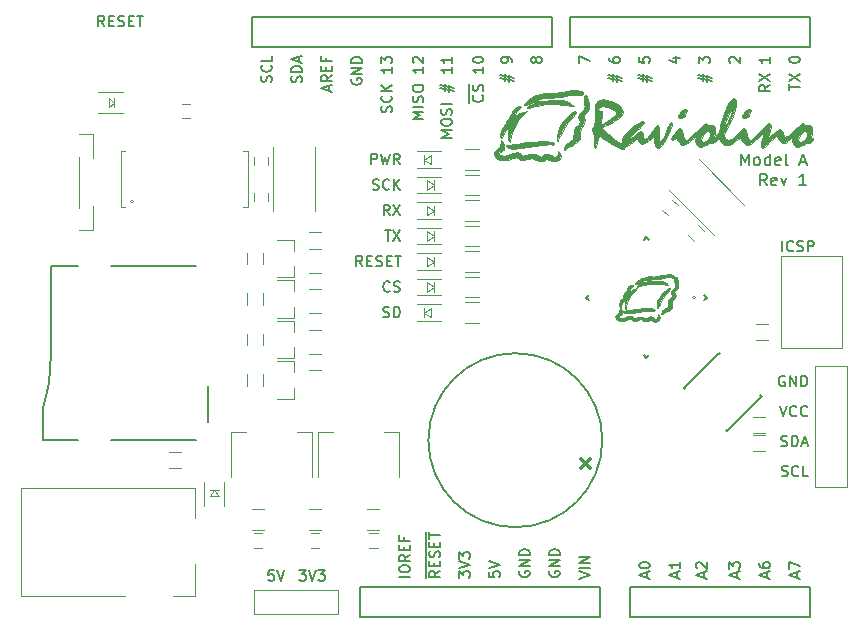
<source format=gto>
G04 #@! TF.FileFunction,Legend,Top*
%FSLAX46Y46*%
G04 Gerber Fmt 4.6, Leading zero omitted, Abs format (unit mm)*
G04 Created by KiCad (PCBNEW 4.0.7) date 04/25/18 19:10:17*
%MOMM*%
%LPD*%
G01*
G04 APERTURE LIST*
%ADD10C,0.100000*%
%ADD11C,0.150000*%
%ADD12C,0.200000*%
%ADD13C,0.120000*%
%ADD14C,0.300000*%
%ADD15C,0.010000*%
G04 APERTURE END LIST*
D10*
X118491000Y-89916000D02*
G75*
G03X118491000Y-89916000I-127000J0D01*
G01*
D11*
X146939000Y-81534000D02*
X146939000Y-79946500D01*
D12*
X140195428Y-97476429D02*
X140152571Y-97519286D01*
X140024000Y-97562143D01*
X139938286Y-97562143D01*
X139809714Y-97519286D01*
X139724000Y-97433571D01*
X139681143Y-97347857D01*
X139638286Y-97176429D01*
X139638286Y-97047857D01*
X139681143Y-96876429D01*
X139724000Y-96790714D01*
X139809714Y-96705000D01*
X139938286Y-96662143D01*
X140024000Y-96662143D01*
X140152571Y-96705000D01*
X140195428Y-96747857D01*
X140538286Y-97519286D02*
X140666857Y-97562143D01*
X140881143Y-97562143D01*
X140966857Y-97519286D01*
X141009714Y-97476429D01*
X141052571Y-97390714D01*
X141052571Y-97305000D01*
X141009714Y-97219286D01*
X140966857Y-97176429D01*
X140881143Y-97133571D01*
X140709714Y-97090714D01*
X140624000Y-97047857D01*
X140581143Y-97005000D01*
X140538286Y-96919286D01*
X140538286Y-96833571D01*
X140581143Y-96747857D01*
X140624000Y-96705000D01*
X140709714Y-96662143D01*
X140924000Y-96662143D01*
X141052571Y-96705000D01*
D11*
X143256000Y-121818400D02*
X143256000Y-121767600D01*
X143256000Y-121767600D02*
X143256000Y-117856000D01*
D12*
X132516856Y-121109643D02*
X133073999Y-121109643D01*
X132773999Y-121452500D01*
X132902571Y-121452500D01*
X132988285Y-121495357D01*
X133031142Y-121538214D01*
X133073999Y-121623929D01*
X133073999Y-121838214D01*
X133031142Y-121923929D01*
X132988285Y-121966786D01*
X132902571Y-122009643D01*
X132645428Y-122009643D01*
X132559714Y-121966786D01*
X132516856Y-121923929D01*
X133331142Y-121109643D02*
X133631142Y-122009643D01*
X133931142Y-121109643D01*
X134145428Y-121109643D02*
X134702571Y-121109643D01*
X134402571Y-121452500D01*
X134531143Y-121452500D01*
X134616857Y-121495357D01*
X134659714Y-121538214D01*
X134702571Y-121623929D01*
X134702571Y-121838214D01*
X134659714Y-121923929D01*
X134616857Y-121966786D01*
X134531143Y-122009643D01*
X134274000Y-122009643D01*
X134188286Y-121966786D01*
X134145428Y-121923929D01*
D10*
X166116000Y-98044000D02*
G75*
G03X166116000Y-98044000I-127000J0D01*
G01*
D12*
X116040857Y-75083143D02*
X115740857Y-74654571D01*
X115526572Y-75083143D02*
X115526572Y-74183143D01*
X115869429Y-74183143D01*
X115955143Y-74226000D01*
X115998000Y-74268857D01*
X116040857Y-74354571D01*
X116040857Y-74483143D01*
X115998000Y-74568857D01*
X115955143Y-74611714D01*
X115869429Y-74654571D01*
X115526572Y-74654571D01*
X116426572Y-74611714D02*
X116726572Y-74611714D01*
X116855143Y-75083143D02*
X116426572Y-75083143D01*
X116426572Y-74183143D01*
X116855143Y-74183143D01*
X117198001Y-75040286D02*
X117326572Y-75083143D01*
X117540858Y-75083143D01*
X117626572Y-75040286D01*
X117669429Y-74997429D01*
X117712286Y-74911714D01*
X117712286Y-74826000D01*
X117669429Y-74740286D01*
X117626572Y-74697429D01*
X117540858Y-74654571D01*
X117369429Y-74611714D01*
X117283715Y-74568857D01*
X117240858Y-74526000D01*
X117198001Y-74440286D01*
X117198001Y-74354571D01*
X117240858Y-74268857D01*
X117283715Y-74226000D01*
X117369429Y-74183143D01*
X117583715Y-74183143D01*
X117712286Y-74226000D01*
X118098001Y-74611714D02*
X118398001Y-74611714D01*
X118526572Y-75083143D02*
X118098001Y-75083143D01*
X118098001Y-74183143D01*
X118526572Y-74183143D01*
X118783715Y-74183143D02*
X119298001Y-74183143D01*
X119040858Y-75083143D02*
X119040858Y-74183143D01*
X137881142Y-95403143D02*
X137581142Y-94974571D01*
X137366857Y-95403143D02*
X137366857Y-94503143D01*
X137709714Y-94503143D01*
X137795428Y-94546000D01*
X137838285Y-94588857D01*
X137881142Y-94674571D01*
X137881142Y-94803143D01*
X137838285Y-94888857D01*
X137795428Y-94931714D01*
X137709714Y-94974571D01*
X137366857Y-94974571D01*
X138266857Y-94931714D02*
X138566857Y-94931714D01*
X138695428Y-95403143D02*
X138266857Y-95403143D01*
X138266857Y-94503143D01*
X138695428Y-94503143D01*
X139038286Y-95360286D02*
X139166857Y-95403143D01*
X139381143Y-95403143D01*
X139466857Y-95360286D01*
X139509714Y-95317429D01*
X139552571Y-95231714D01*
X139552571Y-95146000D01*
X139509714Y-95060286D01*
X139466857Y-95017429D01*
X139381143Y-94974571D01*
X139209714Y-94931714D01*
X139124000Y-94888857D01*
X139081143Y-94846000D01*
X139038286Y-94760286D01*
X139038286Y-94674571D01*
X139081143Y-94588857D01*
X139124000Y-94546000D01*
X139209714Y-94503143D01*
X139424000Y-94503143D01*
X139552571Y-94546000D01*
X139938286Y-94931714D02*
X140238286Y-94931714D01*
X140366857Y-95403143D02*
X139938286Y-95403143D01*
X139938286Y-94503143D01*
X140366857Y-94503143D01*
X140624000Y-94503143D02*
X141138286Y-94503143D01*
X140881143Y-95403143D02*
X140881143Y-94503143D01*
X169926713Y-86851381D02*
X169926713Y-85851381D01*
X170260047Y-86565667D01*
X170593380Y-85851381D01*
X170593380Y-86851381D01*
X171212427Y-86851381D02*
X171117189Y-86803762D01*
X171069570Y-86756143D01*
X171021951Y-86660905D01*
X171021951Y-86375190D01*
X171069570Y-86279952D01*
X171117189Y-86232333D01*
X171212427Y-86184714D01*
X171355285Y-86184714D01*
X171450523Y-86232333D01*
X171498142Y-86279952D01*
X171545761Y-86375190D01*
X171545761Y-86660905D01*
X171498142Y-86756143D01*
X171450523Y-86803762D01*
X171355285Y-86851381D01*
X171212427Y-86851381D01*
X172402904Y-86851381D02*
X172402904Y-85851381D01*
X172402904Y-86803762D02*
X172307666Y-86851381D01*
X172117189Y-86851381D01*
X172021951Y-86803762D01*
X171974332Y-86756143D01*
X171926713Y-86660905D01*
X171926713Y-86375190D01*
X171974332Y-86279952D01*
X172021951Y-86232333D01*
X172117189Y-86184714D01*
X172307666Y-86184714D01*
X172402904Y-86232333D01*
X173260047Y-86803762D02*
X173164809Y-86851381D01*
X172974332Y-86851381D01*
X172879094Y-86803762D01*
X172831475Y-86708524D01*
X172831475Y-86327571D01*
X172879094Y-86232333D01*
X172974332Y-86184714D01*
X173164809Y-86184714D01*
X173260047Y-86232333D01*
X173307666Y-86327571D01*
X173307666Y-86422810D01*
X172831475Y-86518048D01*
X173879094Y-86851381D02*
X173783856Y-86803762D01*
X173736237Y-86708524D01*
X173736237Y-85851381D01*
X174974333Y-86565667D02*
X175450524Y-86565667D01*
X174879095Y-86851381D02*
X175212428Y-85851381D01*
X175545762Y-86851381D01*
X172117190Y-88551381D02*
X171783856Y-88075190D01*
X171545761Y-88551381D02*
X171545761Y-87551381D01*
X171926714Y-87551381D01*
X172021952Y-87599000D01*
X172069571Y-87646619D01*
X172117190Y-87741857D01*
X172117190Y-87884714D01*
X172069571Y-87979952D01*
X172021952Y-88027571D01*
X171926714Y-88075190D01*
X171545761Y-88075190D01*
X172926714Y-88503762D02*
X172831476Y-88551381D01*
X172640999Y-88551381D01*
X172545761Y-88503762D01*
X172498142Y-88408524D01*
X172498142Y-88027571D01*
X172545761Y-87932333D01*
X172640999Y-87884714D01*
X172831476Y-87884714D01*
X172926714Y-87932333D01*
X172974333Y-88027571D01*
X172974333Y-88122810D01*
X172498142Y-88218048D01*
X173307666Y-87884714D02*
X173545761Y-88551381D01*
X173783857Y-87884714D01*
X175450524Y-88551381D02*
X174879095Y-88551381D01*
X175164809Y-88551381D02*
X175164809Y-87551381D01*
X175069571Y-87694238D01*
X174974333Y-87789476D01*
X174879095Y-87837095D01*
X139638286Y-99678286D02*
X139766857Y-99721143D01*
X139981143Y-99721143D01*
X140066857Y-99678286D01*
X140109714Y-99635429D01*
X140152571Y-99549714D01*
X140152571Y-99464000D01*
X140109714Y-99378286D01*
X140066857Y-99335429D01*
X139981143Y-99292571D01*
X139809714Y-99249714D01*
X139724000Y-99206857D01*
X139681143Y-99164000D01*
X139638286Y-99078286D01*
X139638286Y-98992571D01*
X139681143Y-98906857D01*
X139724000Y-98864000D01*
X139809714Y-98821143D01*
X140024000Y-98821143D01*
X140152571Y-98864000D01*
X140538286Y-99721143D02*
X140538286Y-98821143D01*
X140752571Y-98821143D01*
X140881143Y-98864000D01*
X140966857Y-98949714D01*
X141009714Y-99035429D01*
X141052571Y-99206857D01*
X141052571Y-99335429D01*
X141009714Y-99506857D01*
X140966857Y-99592571D01*
X140881143Y-99678286D01*
X140752571Y-99721143D01*
X140538286Y-99721143D01*
X139766857Y-92344143D02*
X140281143Y-92344143D01*
X140024000Y-93244143D02*
X140024000Y-92344143D01*
X140495428Y-92344143D02*
X141095428Y-93244143D01*
X141095428Y-92344143D02*
X140495428Y-93244143D01*
X140195428Y-91085143D02*
X139895428Y-90656571D01*
X139681143Y-91085143D02*
X139681143Y-90185143D01*
X140024000Y-90185143D01*
X140109714Y-90228000D01*
X140152571Y-90270857D01*
X140195428Y-90356571D01*
X140195428Y-90485143D01*
X140152571Y-90570857D01*
X140109714Y-90613714D01*
X140024000Y-90656571D01*
X139681143Y-90656571D01*
X140495428Y-90185143D02*
X141095428Y-91085143D01*
X141095428Y-90185143D02*
X140495428Y-91085143D01*
X138738286Y-88883286D02*
X138866857Y-88926143D01*
X139081143Y-88926143D01*
X139166857Y-88883286D01*
X139209714Y-88840429D01*
X139252571Y-88754714D01*
X139252571Y-88669000D01*
X139209714Y-88583286D01*
X139166857Y-88540429D01*
X139081143Y-88497571D01*
X138909714Y-88454714D01*
X138824000Y-88411857D01*
X138781143Y-88369000D01*
X138738286Y-88283286D01*
X138738286Y-88197571D01*
X138781143Y-88111857D01*
X138824000Y-88069000D01*
X138909714Y-88026143D01*
X139124000Y-88026143D01*
X139252571Y-88069000D01*
X140152571Y-88840429D02*
X140109714Y-88883286D01*
X139981143Y-88926143D01*
X139895429Y-88926143D01*
X139766857Y-88883286D01*
X139681143Y-88797571D01*
X139638286Y-88711857D01*
X139595429Y-88540429D01*
X139595429Y-88411857D01*
X139638286Y-88240429D01*
X139681143Y-88154714D01*
X139766857Y-88069000D01*
X139895429Y-88026143D01*
X139981143Y-88026143D01*
X140109714Y-88069000D01*
X140152571Y-88111857D01*
X140538286Y-88926143D02*
X140538286Y-88026143D01*
X141052571Y-88926143D02*
X140666857Y-88411857D01*
X141052571Y-88026143D02*
X140538286Y-88540429D01*
X138609715Y-86767143D02*
X138609715Y-85867143D01*
X138952572Y-85867143D01*
X139038286Y-85910000D01*
X139081143Y-85952857D01*
X139124000Y-86038571D01*
X139124000Y-86167143D01*
X139081143Y-86252857D01*
X139038286Y-86295714D01*
X138952572Y-86338571D01*
X138609715Y-86338571D01*
X139424000Y-85867143D02*
X139638286Y-86767143D01*
X139809715Y-86124286D01*
X139981143Y-86767143D01*
X140195429Y-85867143D01*
X141052571Y-86767143D02*
X140752571Y-86338571D01*
X140538286Y-86767143D02*
X140538286Y-85867143D01*
X140881143Y-85867143D01*
X140966857Y-85910000D01*
X141009714Y-85952857D01*
X141052571Y-86038571D01*
X141052571Y-86167143D01*
X141009714Y-86252857D01*
X140966857Y-86295714D01*
X140881143Y-86338571D01*
X140538286Y-86338571D01*
X130373357Y-121109643D02*
X129944786Y-121109643D01*
X129901929Y-121538214D01*
X129944786Y-121495357D01*
X130030500Y-121452500D01*
X130244786Y-121452500D01*
X130330500Y-121495357D01*
X130373357Y-121538214D01*
X130416214Y-121623929D01*
X130416214Y-121838214D01*
X130373357Y-121923929D01*
X130330500Y-121966786D01*
X130244786Y-122009643D01*
X130030500Y-122009643D01*
X129944786Y-121966786D01*
X129901929Y-121923929D01*
X130673357Y-121109643D02*
X130973357Y-122009643D01*
X131273357Y-121109643D01*
X130158286Y-79784285D02*
X130201143Y-79655714D01*
X130201143Y-79441428D01*
X130158286Y-79355714D01*
X130115429Y-79312857D01*
X130029714Y-79270000D01*
X129944000Y-79270000D01*
X129858286Y-79312857D01*
X129815429Y-79355714D01*
X129772571Y-79441428D01*
X129729714Y-79612857D01*
X129686857Y-79698571D01*
X129644000Y-79741428D01*
X129558286Y-79784285D01*
X129472571Y-79784285D01*
X129386857Y-79741428D01*
X129344000Y-79698571D01*
X129301143Y-79612857D01*
X129301143Y-79398571D01*
X129344000Y-79270000D01*
X130115429Y-78370000D02*
X130158286Y-78412857D01*
X130201143Y-78541428D01*
X130201143Y-78627142D01*
X130158286Y-78755714D01*
X130072571Y-78841428D01*
X129986857Y-78884285D01*
X129815429Y-78927142D01*
X129686857Y-78927142D01*
X129515429Y-78884285D01*
X129429714Y-78841428D01*
X129344000Y-78755714D01*
X129301143Y-78627142D01*
X129301143Y-78541428D01*
X129344000Y-78412857D01*
X129386857Y-78370000D01*
X130201143Y-77555714D02*
X130201143Y-77984285D01*
X129301143Y-77984285D01*
X132698286Y-79827143D02*
X132741143Y-79698572D01*
X132741143Y-79484286D01*
X132698286Y-79398572D01*
X132655429Y-79355715D01*
X132569714Y-79312858D01*
X132484000Y-79312858D01*
X132398286Y-79355715D01*
X132355429Y-79398572D01*
X132312571Y-79484286D01*
X132269714Y-79655715D01*
X132226857Y-79741429D01*
X132184000Y-79784286D01*
X132098286Y-79827143D01*
X132012571Y-79827143D01*
X131926857Y-79784286D01*
X131884000Y-79741429D01*
X131841143Y-79655715D01*
X131841143Y-79441429D01*
X131884000Y-79312858D01*
X132741143Y-78927143D02*
X131841143Y-78927143D01*
X131841143Y-78712858D01*
X131884000Y-78584286D01*
X131969714Y-78498572D01*
X132055429Y-78455715D01*
X132226857Y-78412858D01*
X132355429Y-78412858D01*
X132526857Y-78455715D01*
X132612571Y-78498572D01*
X132698286Y-78584286D01*
X132741143Y-78712858D01*
X132741143Y-78927143D01*
X132484000Y-78070000D02*
X132484000Y-77641429D01*
X132741143Y-78155715D02*
X131841143Y-77855715D01*
X132741143Y-77555715D01*
X140318286Y-82355714D02*
X140361143Y-82227143D01*
X140361143Y-82012857D01*
X140318286Y-81927143D01*
X140275429Y-81884286D01*
X140189714Y-81841429D01*
X140104000Y-81841429D01*
X140018286Y-81884286D01*
X139975429Y-81927143D01*
X139932571Y-82012857D01*
X139889714Y-82184286D01*
X139846857Y-82270000D01*
X139804000Y-82312857D01*
X139718286Y-82355714D01*
X139632571Y-82355714D01*
X139546857Y-82312857D01*
X139504000Y-82270000D01*
X139461143Y-82184286D01*
X139461143Y-81970000D01*
X139504000Y-81841429D01*
X140275429Y-80941429D02*
X140318286Y-80984286D01*
X140361143Y-81112857D01*
X140361143Y-81198571D01*
X140318286Y-81327143D01*
X140232571Y-81412857D01*
X140146857Y-81455714D01*
X139975429Y-81498571D01*
X139846857Y-81498571D01*
X139675429Y-81455714D01*
X139589714Y-81412857D01*
X139504000Y-81327143D01*
X139461143Y-81198571D01*
X139461143Y-81112857D01*
X139504000Y-80984286D01*
X139546857Y-80941429D01*
X140361143Y-80555714D02*
X139461143Y-80555714D01*
X140361143Y-80041429D02*
X139846857Y-80427143D01*
X139461143Y-80041429D02*
X139975429Y-80555714D01*
X140361143Y-78498572D02*
X140361143Y-79012857D01*
X140361143Y-78755715D02*
X139461143Y-78755715D01*
X139589714Y-78841429D01*
X139675429Y-78927143D01*
X139718286Y-79012857D01*
X139461143Y-78198572D02*
X139461143Y-77641429D01*
X139804000Y-77941429D01*
X139804000Y-77812857D01*
X139846857Y-77727143D01*
X139889714Y-77684286D01*
X139975429Y-77641429D01*
X140189714Y-77641429D01*
X140275429Y-77684286D01*
X140318286Y-77727143D01*
X140361143Y-77812857D01*
X140361143Y-78070000D01*
X140318286Y-78155714D01*
X140275429Y-78198572D01*
X135024000Y-80555715D02*
X135024000Y-80127144D01*
X135281143Y-80641430D02*
X134381143Y-80341430D01*
X135281143Y-80041430D01*
X135281143Y-79227144D02*
X134852571Y-79527144D01*
X135281143Y-79741429D02*
X134381143Y-79741429D01*
X134381143Y-79398572D01*
X134424000Y-79312858D01*
X134466857Y-79270001D01*
X134552571Y-79227144D01*
X134681143Y-79227144D01*
X134766857Y-79270001D01*
X134809714Y-79312858D01*
X134852571Y-79398572D01*
X134852571Y-79741429D01*
X134809714Y-78841429D02*
X134809714Y-78541429D01*
X135281143Y-78412858D02*
X135281143Y-78841429D01*
X134381143Y-78841429D01*
X134381143Y-78412858D01*
X134809714Y-77727143D02*
X134809714Y-78027143D01*
X135281143Y-78027143D02*
X134381143Y-78027143D01*
X134381143Y-77598572D01*
X136964000Y-79527143D02*
X136921143Y-79612857D01*
X136921143Y-79741428D01*
X136964000Y-79870000D01*
X137049714Y-79955714D01*
X137135429Y-79998571D01*
X137306857Y-80041428D01*
X137435429Y-80041428D01*
X137606857Y-79998571D01*
X137692571Y-79955714D01*
X137778286Y-79870000D01*
X137821143Y-79741428D01*
X137821143Y-79655714D01*
X137778286Y-79527143D01*
X137735429Y-79484286D01*
X137435429Y-79484286D01*
X137435429Y-79655714D01*
X137821143Y-79098571D02*
X136921143Y-79098571D01*
X137821143Y-78584286D01*
X136921143Y-78584286D01*
X137821143Y-78155714D02*
X136921143Y-78155714D01*
X136921143Y-77941429D01*
X136964000Y-77812857D01*
X137049714Y-77727143D01*
X137135429Y-77684286D01*
X137306857Y-77641429D01*
X137435429Y-77641429D01*
X137606857Y-77684286D01*
X137692571Y-77727143D01*
X137778286Y-77812857D01*
X137821143Y-77941429D01*
X137821143Y-78155714D01*
X143028143Y-82912856D02*
X142128143Y-82912856D01*
X142771000Y-82612856D01*
X142128143Y-82312856D01*
X143028143Y-82312856D01*
X143028143Y-81884285D02*
X142128143Y-81884285D01*
X142985286Y-81498571D02*
X143028143Y-81370000D01*
X143028143Y-81155714D01*
X142985286Y-81070000D01*
X142942429Y-81027143D01*
X142856714Y-80984286D01*
X142771000Y-80984286D01*
X142685286Y-81027143D01*
X142642429Y-81070000D01*
X142599571Y-81155714D01*
X142556714Y-81327143D01*
X142513857Y-81412857D01*
X142471000Y-81455714D01*
X142385286Y-81498571D01*
X142299571Y-81498571D01*
X142213857Y-81455714D01*
X142171000Y-81412857D01*
X142128143Y-81327143D01*
X142128143Y-81112857D01*
X142171000Y-80984286D01*
X142128143Y-80427143D02*
X142128143Y-80255714D01*
X142171000Y-80170000D01*
X142256714Y-80084286D01*
X142428143Y-80041428D01*
X142728143Y-80041428D01*
X142899571Y-80084286D01*
X142985286Y-80170000D01*
X143028143Y-80255714D01*
X143028143Y-80427143D01*
X142985286Y-80512857D01*
X142899571Y-80598571D01*
X142728143Y-80641428D01*
X142428143Y-80641428D01*
X142256714Y-80598571D01*
X142171000Y-80512857D01*
X142128143Y-80427143D01*
X143028143Y-78498572D02*
X143028143Y-79012857D01*
X143028143Y-78755715D02*
X142128143Y-78755715D01*
X142256714Y-78841429D01*
X142342429Y-78927143D01*
X142385286Y-79012857D01*
X142213857Y-78155714D02*
X142171000Y-78112857D01*
X142128143Y-78027143D01*
X142128143Y-77812857D01*
X142171000Y-77727143D01*
X142213857Y-77684286D01*
X142299571Y-77641429D01*
X142385286Y-77641429D01*
X142513857Y-77684286D01*
X143028143Y-78198572D01*
X143028143Y-77641429D01*
X145441143Y-84498570D02*
X144541143Y-84498570D01*
X145184000Y-84198570D01*
X144541143Y-83898570D01*
X145441143Y-83898570D01*
X144541143Y-83298571D02*
X144541143Y-83127142D01*
X144584000Y-83041428D01*
X144669714Y-82955714D01*
X144841143Y-82912856D01*
X145141143Y-82912856D01*
X145312571Y-82955714D01*
X145398286Y-83041428D01*
X145441143Y-83127142D01*
X145441143Y-83298571D01*
X145398286Y-83384285D01*
X145312571Y-83469999D01*
X145141143Y-83512856D01*
X144841143Y-83512856D01*
X144669714Y-83469999D01*
X144584000Y-83384285D01*
X144541143Y-83298571D01*
X145398286Y-82569999D02*
X145441143Y-82441428D01*
X145441143Y-82227142D01*
X145398286Y-82141428D01*
X145355429Y-82098571D01*
X145269714Y-82055714D01*
X145184000Y-82055714D01*
X145098286Y-82098571D01*
X145055429Y-82141428D01*
X145012571Y-82227142D01*
X144969714Y-82398571D01*
X144926857Y-82484285D01*
X144884000Y-82527142D01*
X144798286Y-82569999D01*
X144712571Y-82569999D01*
X144626857Y-82527142D01*
X144584000Y-82484285D01*
X144541143Y-82398571D01*
X144541143Y-82184285D01*
X144584000Y-82055714D01*
X145441143Y-81669999D02*
X144541143Y-81669999D01*
X144841143Y-80598571D02*
X144841143Y-79955714D01*
X144455429Y-80341429D02*
X145612571Y-80598571D01*
X145226857Y-80041429D02*
X145226857Y-80684286D01*
X145612571Y-80298571D02*
X144455429Y-80041429D01*
X145441143Y-78498572D02*
X145441143Y-79012857D01*
X145441143Y-78755715D02*
X144541143Y-78755715D01*
X144669714Y-78841429D01*
X144755429Y-78927143D01*
X144798286Y-79012857D01*
X145441143Y-77641429D02*
X145441143Y-78155714D01*
X145441143Y-77898572D02*
X144541143Y-77898572D01*
X144669714Y-77984286D01*
X144755429Y-78070000D01*
X144798286Y-78155714D01*
X148022429Y-80898572D02*
X148065286Y-80941429D01*
X148108143Y-81070000D01*
X148108143Y-81155714D01*
X148065286Y-81284286D01*
X147979571Y-81370000D01*
X147893857Y-81412857D01*
X147722429Y-81455714D01*
X147593857Y-81455714D01*
X147422429Y-81412857D01*
X147336714Y-81370000D01*
X147251000Y-81284286D01*
X147208143Y-81155714D01*
X147208143Y-81070000D01*
X147251000Y-80941429D01*
X147293857Y-80898572D01*
X148065286Y-80555714D02*
X148108143Y-80427143D01*
X148108143Y-80212857D01*
X148065286Y-80127143D01*
X148022429Y-80084286D01*
X147936714Y-80041429D01*
X147851000Y-80041429D01*
X147765286Y-80084286D01*
X147722429Y-80127143D01*
X147679571Y-80212857D01*
X147636714Y-80384286D01*
X147593857Y-80470000D01*
X147551000Y-80512857D01*
X147465286Y-80555714D01*
X147379571Y-80555714D01*
X147293857Y-80512857D01*
X147251000Y-80470000D01*
X147208143Y-80384286D01*
X147208143Y-80170000D01*
X147251000Y-80041429D01*
X148108143Y-78498572D02*
X148108143Y-79012857D01*
X148108143Y-78755715D02*
X147208143Y-78755715D01*
X147336714Y-78841429D01*
X147422429Y-78927143D01*
X147465286Y-79012857D01*
X147208143Y-77941429D02*
X147208143Y-77855714D01*
X147251000Y-77770000D01*
X147293857Y-77727143D01*
X147379571Y-77684286D01*
X147551000Y-77641429D01*
X147765286Y-77641429D01*
X147936714Y-77684286D01*
X148022429Y-77727143D01*
X148065286Y-77770000D01*
X148108143Y-77855714D01*
X148108143Y-77941429D01*
X148065286Y-78027143D01*
X148022429Y-78070000D01*
X147936714Y-78112857D01*
X147765286Y-78155714D01*
X147551000Y-78155714D01*
X147379571Y-78112857D01*
X147293857Y-78070000D01*
X147251000Y-78027143D01*
X147208143Y-77941429D01*
X149921143Y-79741428D02*
X149921143Y-79098571D01*
X149535429Y-79484286D02*
X150692571Y-79741428D01*
X150306857Y-79184286D02*
X150306857Y-79827143D01*
X150692571Y-79441428D02*
X149535429Y-79184286D01*
X150521143Y-78070000D02*
X150521143Y-77898572D01*
X150478286Y-77812857D01*
X150435429Y-77770000D01*
X150306857Y-77684286D01*
X150135429Y-77641429D01*
X149792571Y-77641429D01*
X149706857Y-77684286D01*
X149664000Y-77727143D01*
X149621143Y-77812857D01*
X149621143Y-77984286D01*
X149664000Y-78070000D01*
X149706857Y-78112857D01*
X149792571Y-78155714D01*
X150006857Y-78155714D01*
X150092571Y-78112857D01*
X150135429Y-78070000D01*
X150178286Y-77984286D01*
X150178286Y-77812857D01*
X150135429Y-77727143D01*
X150092571Y-77684286D01*
X150006857Y-77641429D01*
X152546857Y-77984286D02*
X152504000Y-78070000D01*
X152461143Y-78112857D01*
X152375429Y-78155714D01*
X152332571Y-78155714D01*
X152246857Y-78112857D01*
X152204000Y-78070000D01*
X152161143Y-77984286D01*
X152161143Y-77812857D01*
X152204000Y-77727143D01*
X152246857Y-77684286D01*
X152332571Y-77641429D01*
X152375429Y-77641429D01*
X152461143Y-77684286D01*
X152504000Y-77727143D01*
X152546857Y-77812857D01*
X152546857Y-77984286D01*
X152589714Y-78070000D01*
X152632571Y-78112857D01*
X152718286Y-78155714D01*
X152889714Y-78155714D01*
X152975429Y-78112857D01*
X153018286Y-78070000D01*
X153061143Y-77984286D01*
X153061143Y-77812857D01*
X153018286Y-77727143D01*
X152975429Y-77684286D01*
X152889714Y-77641429D01*
X152718286Y-77641429D01*
X152632571Y-77684286D01*
X152589714Y-77727143D01*
X152546857Y-77812857D01*
X156225143Y-78198572D02*
X156225143Y-77598572D01*
X157125143Y-77984286D01*
X159065143Y-79741428D02*
X159065143Y-79098571D01*
X158679429Y-79484286D02*
X159836571Y-79741428D01*
X159450857Y-79184286D02*
X159450857Y-79827143D01*
X159836571Y-79441428D02*
X158679429Y-79184286D01*
X158765143Y-77727143D02*
X158765143Y-77898572D01*
X158808000Y-77984286D01*
X158850857Y-78027143D01*
X158979429Y-78112857D01*
X159150857Y-78155714D01*
X159493714Y-78155714D01*
X159579429Y-78112857D01*
X159622286Y-78070000D01*
X159665143Y-77984286D01*
X159665143Y-77812857D01*
X159622286Y-77727143D01*
X159579429Y-77684286D01*
X159493714Y-77641429D01*
X159279429Y-77641429D01*
X159193714Y-77684286D01*
X159150857Y-77727143D01*
X159108000Y-77812857D01*
X159108000Y-77984286D01*
X159150857Y-78070000D01*
X159193714Y-78112857D01*
X159279429Y-78155714D01*
X161605143Y-79741428D02*
X161605143Y-79098571D01*
X161219429Y-79484286D02*
X162376571Y-79741428D01*
X161990857Y-79184286D02*
X161990857Y-79827143D01*
X162376571Y-79441428D02*
X161219429Y-79184286D01*
X161305143Y-77684286D02*
X161305143Y-78112857D01*
X161733714Y-78155714D01*
X161690857Y-78112857D01*
X161648000Y-78027143D01*
X161648000Y-77812857D01*
X161690857Y-77727143D01*
X161733714Y-77684286D01*
X161819429Y-77641429D01*
X162033714Y-77641429D01*
X162119429Y-77684286D01*
X162162286Y-77727143D01*
X162205143Y-77812857D01*
X162205143Y-78027143D01*
X162162286Y-78112857D01*
X162119429Y-78155714D01*
X164145143Y-77727143D02*
X164745143Y-77727143D01*
X163802286Y-77941429D02*
X164445143Y-78155714D01*
X164445143Y-77598572D01*
X166685143Y-79741428D02*
X166685143Y-79098571D01*
X166299429Y-79484286D02*
X167456571Y-79741428D01*
X167070857Y-79184286D02*
X167070857Y-79827143D01*
X167456571Y-79441428D02*
X166299429Y-79184286D01*
X166385143Y-78198572D02*
X166385143Y-77641429D01*
X166728000Y-77941429D01*
X166728000Y-77812857D01*
X166770857Y-77727143D01*
X166813714Y-77684286D01*
X166899429Y-77641429D01*
X167113714Y-77641429D01*
X167199429Y-77684286D01*
X167242286Y-77727143D01*
X167285143Y-77812857D01*
X167285143Y-78070000D01*
X167242286Y-78155714D01*
X167199429Y-78198572D01*
X169010857Y-78155714D02*
X168968000Y-78112857D01*
X168925143Y-78027143D01*
X168925143Y-77812857D01*
X168968000Y-77727143D01*
X169010857Y-77684286D01*
X169096571Y-77641429D01*
X169182286Y-77641429D01*
X169310857Y-77684286D01*
X169825143Y-78198572D01*
X169825143Y-77641429D01*
X172365143Y-80041429D02*
X171936571Y-80341429D01*
X172365143Y-80555714D02*
X171465143Y-80555714D01*
X171465143Y-80212857D01*
X171508000Y-80127143D01*
X171550857Y-80084286D01*
X171636571Y-80041429D01*
X171765143Y-80041429D01*
X171850857Y-80084286D01*
X171893714Y-80127143D01*
X171936571Y-80212857D01*
X171936571Y-80555714D01*
X171465143Y-79741429D02*
X172365143Y-79141429D01*
X171465143Y-79141429D02*
X172365143Y-79741429D01*
X172365143Y-77641429D02*
X172365143Y-78155714D01*
X172365143Y-77898572D02*
X171465143Y-77898572D01*
X171593714Y-77984286D01*
X171679429Y-78070000D01*
X171722286Y-78155714D01*
X174005143Y-80470000D02*
X174005143Y-79955714D01*
X174905143Y-80212857D02*
X174005143Y-80212857D01*
X174005143Y-79741429D02*
X174905143Y-79141429D01*
X174005143Y-79141429D02*
X174905143Y-79741429D01*
X174005143Y-77941429D02*
X174005143Y-77855714D01*
X174048000Y-77770000D01*
X174090857Y-77727143D01*
X174176571Y-77684286D01*
X174348000Y-77641429D01*
X174562286Y-77641429D01*
X174733714Y-77684286D01*
X174819429Y-77727143D01*
X174862286Y-77770000D01*
X174905143Y-77855714D01*
X174905143Y-77941429D01*
X174862286Y-78027143D01*
X174819429Y-78070000D01*
X174733714Y-78112857D01*
X174562286Y-78155714D01*
X174348000Y-78155714D01*
X174176571Y-78112857D01*
X174090857Y-78070000D01*
X174048000Y-78027143D01*
X174005143Y-77941429D01*
X173404572Y-94133143D02*
X173404572Y-93233143D01*
X174347428Y-94047429D02*
X174304571Y-94090286D01*
X174176000Y-94133143D01*
X174090286Y-94133143D01*
X173961714Y-94090286D01*
X173876000Y-94004571D01*
X173833143Y-93918857D01*
X173790286Y-93747429D01*
X173790286Y-93618857D01*
X173833143Y-93447429D01*
X173876000Y-93361714D01*
X173961714Y-93276000D01*
X174090286Y-93233143D01*
X174176000Y-93233143D01*
X174304571Y-93276000D01*
X174347428Y-93318857D01*
X174690286Y-94090286D02*
X174818857Y-94133143D01*
X175033143Y-94133143D01*
X175118857Y-94090286D01*
X175161714Y-94047429D01*
X175204571Y-93961714D01*
X175204571Y-93876000D01*
X175161714Y-93790286D01*
X175118857Y-93747429D01*
X175033143Y-93704571D01*
X174861714Y-93661714D01*
X174776000Y-93618857D01*
X174733143Y-93576000D01*
X174690286Y-93490286D01*
X174690286Y-93404571D01*
X174733143Y-93318857D01*
X174776000Y-93276000D01*
X174861714Y-93233143D01*
X175076000Y-93233143D01*
X175204571Y-93276000D01*
X175590286Y-94133143D02*
X175590286Y-93233143D01*
X175933143Y-93233143D01*
X176018857Y-93276000D01*
X176061714Y-93318857D01*
X176104571Y-93404571D01*
X176104571Y-93533143D01*
X176061714Y-93618857D01*
X176018857Y-93661714D01*
X175933143Y-93704571D01*
X175590286Y-93704571D01*
X173647357Y-104706000D02*
X173561643Y-104663143D01*
X173433072Y-104663143D01*
X173304500Y-104706000D01*
X173218786Y-104791714D01*
X173175929Y-104877429D01*
X173133072Y-105048857D01*
X173133072Y-105177429D01*
X173175929Y-105348857D01*
X173218786Y-105434571D01*
X173304500Y-105520286D01*
X173433072Y-105563143D01*
X173518786Y-105563143D01*
X173647357Y-105520286D01*
X173690214Y-105477429D01*
X173690214Y-105177429D01*
X173518786Y-105177429D01*
X174075929Y-105563143D02*
X174075929Y-104663143D01*
X174590214Y-105563143D01*
X174590214Y-104663143D01*
X175018786Y-105563143D02*
X175018786Y-104663143D01*
X175233071Y-104663143D01*
X175361643Y-104706000D01*
X175447357Y-104791714D01*
X175490214Y-104877429D01*
X175533071Y-105048857D01*
X175533071Y-105177429D01*
X175490214Y-105348857D01*
X175447357Y-105434571D01*
X175361643Y-105520286D01*
X175233071Y-105563143D01*
X175018786Y-105563143D01*
X173218785Y-107203143D02*
X173518785Y-108103143D01*
X173818785Y-107203143D01*
X174633071Y-108017429D02*
X174590214Y-108060286D01*
X174461643Y-108103143D01*
X174375929Y-108103143D01*
X174247357Y-108060286D01*
X174161643Y-107974571D01*
X174118786Y-107888857D01*
X174075929Y-107717429D01*
X174075929Y-107588857D01*
X174118786Y-107417429D01*
X174161643Y-107331714D01*
X174247357Y-107246000D01*
X174375929Y-107203143D01*
X174461643Y-107203143D01*
X174590214Y-107246000D01*
X174633071Y-107288857D01*
X175533071Y-108017429D02*
X175490214Y-108060286D01*
X175361643Y-108103143D01*
X175275929Y-108103143D01*
X175147357Y-108060286D01*
X175061643Y-107974571D01*
X175018786Y-107888857D01*
X174975929Y-107717429D01*
X174975929Y-107588857D01*
X175018786Y-107417429D01*
X175061643Y-107331714D01*
X175147357Y-107246000D01*
X175275929Y-107203143D01*
X175361643Y-107203143D01*
X175490214Y-107246000D01*
X175533071Y-107288857D01*
X173347357Y-110600286D02*
X173475928Y-110643143D01*
X173690214Y-110643143D01*
X173775928Y-110600286D01*
X173818785Y-110557429D01*
X173861642Y-110471714D01*
X173861642Y-110386000D01*
X173818785Y-110300286D01*
X173775928Y-110257429D01*
X173690214Y-110214571D01*
X173518785Y-110171714D01*
X173433071Y-110128857D01*
X173390214Y-110086000D01*
X173347357Y-110000286D01*
X173347357Y-109914571D01*
X173390214Y-109828857D01*
X173433071Y-109786000D01*
X173518785Y-109743143D01*
X173733071Y-109743143D01*
X173861642Y-109786000D01*
X174247357Y-110643143D02*
X174247357Y-109743143D01*
X174461642Y-109743143D01*
X174590214Y-109786000D01*
X174675928Y-109871714D01*
X174718785Y-109957429D01*
X174761642Y-110128857D01*
X174761642Y-110257429D01*
X174718785Y-110428857D01*
X174675928Y-110514571D01*
X174590214Y-110600286D01*
X174461642Y-110643143D01*
X174247357Y-110643143D01*
X175104500Y-110386000D02*
X175533071Y-110386000D01*
X175018785Y-110643143D02*
X175318785Y-109743143D01*
X175618785Y-110643143D01*
X173390215Y-113140286D02*
X173518786Y-113183143D01*
X173733072Y-113183143D01*
X173818786Y-113140286D01*
X173861643Y-113097429D01*
X173904500Y-113011714D01*
X173904500Y-112926000D01*
X173861643Y-112840286D01*
X173818786Y-112797429D01*
X173733072Y-112754571D01*
X173561643Y-112711714D01*
X173475929Y-112668857D01*
X173433072Y-112626000D01*
X173390215Y-112540286D01*
X173390215Y-112454571D01*
X173433072Y-112368857D01*
X173475929Y-112326000D01*
X173561643Y-112283143D01*
X173775929Y-112283143D01*
X173904500Y-112326000D01*
X174804500Y-113097429D02*
X174761643Y-113140286D01*
X174633072Y-113183143D01*
X174547358Y-113183143D01*
X174418786Y-113140286D01*
X174333072Y-113054571D01*
X174290215Y-112968857D01*
X174247358Y-112797429D01*
X174247358Y-112668857D01*
X174290215Y-112497429D01*
X174333072Y-112411714D01*
X174418786Y-112326000D01*
X174547358Y-112283143D01*
X174633072Y-112283143D01*
X174761643Y-112326000D01*
X174804500Y-112368857D01*
X175618786Y-113183143D02*
X175190215Y-113183143D01*
X175190215Y-112283143D01*
X172108000Y-121748571D02*
X172108000Y-121320000D01*
X172365143Y-121834286D02*
X171465143Y-121534286D01*
X172365143Y-121234286D01*
X171465143Y-120548571D02*
X171465143Y-120720000D01*
X171508000Y-120805714D01*
X171550857Y-120848571D01*
X171679429Y-120934285D01*
X171850857Y-120977142D01*
X172193714Y-120977142D01*
X172279429Y-120934285D01*
X172322286Y-120891428D01*
X172365143Y-120805714D01*
X172365143Y-120634285D01*
X172322286Y-120548571D01*
X172279429Y-120505714D01*
X172193714Y-120462857D01*
X171979429Y-120462857D01*
X171893714Y-120505714D01*
X171850857Y-120548571D01*
X171808000Y-120634285D01*
X171808000Y-120805714D01*
X171850857Y-120891428D01*
X171893714Y-120934285D01*
X171979429Y-120977142D01*
X174648000Y-121748571D02*
X174648000Y-121320000D01*
X174905143Y-121834286D02*
X174005143Y-121534286D01*
X174905143Y-121234286D01*
X174005143Y-121020000D02*
X174005143Y-120420000D01*
X174905143Y-120805714D01*
X169568000Y-121748571D02*
X169568000Y-121320000D01*
X169825143Y-121834286D02*
X168925143Y-121534286D01*
X169825143Y-121234286D01*
X168925143Y-121020000D02*
X168925143Y-120462857D01*
X169268000Y-120762857D01*
X169268000Y-120634285D01*
X169310857Y-120548571D01*
X169353714Y-120505714D01*
X169439429Y-120462857D01*
X169653714Y-120462857D01*
X169739429Y-120505714D01*
X169782286Y-120548571D01*
X169825143Y-120634285D01*
X169825143Y-120891428D01*
X169782286Y-120977142D01*
X169739429Y-121020000D01*
X166774000Y-121748571D02*
X166774000Y-121320000D01*
X167031143Y-121834286D02*
X166131143Y-121534286D01*
X167031143Y-121234286D01*
X166216857Y-120977142D02*
X166174000Y-120934285D01*
X166131143Y-120848571D01*
X166131143Y-120634285D01*
X166174000Y-120548571D01*
X166216857Y-120505714D01*
X166302571Y-120462857D01*
X166388286Y-120462857D01*
X166516857Y-120505714D01*
X167031143Y-121020000D01*
X167031143Y-120462857D01*
X164488000Y-121748571D02*
X164488000Y-121320000D01*
X164745143Y-121834286D02*
X163845143Y-121534286D01*
X164745143Y-121234286D01*
X164745143Y-120462857D02*
X164745143Y-120977142D01*
X164745143Y-120720000D02*
X163845143Y-120720000D01*
X163973714Y-120805714D01*
X164059429Y-120891428D01*
X164102286Y-120977142D01*
X161948000Y-121748571D02*
X161948000Y-121320000D01*
X162205143Y-121834286D02*
X161305143Y-121534286D01*
X162205143Y-121234286D01*
X161305143Y-120762857D02*
X161305143Y-120677142D01*
X161348000Y-120591428D01*
X161390857Y-120548571D01*
X161476571Y-120505714D01*
X161648000Y-120462857D01*
X161862286Y-120462857D01*
X162033714Y-120505714D01*
X162119429Y-120548571D01*
X162162286Y-120591428D01*
X162205143Y-120677142D01*
X162205143Y-120762857D01*
X162162286Y-120848571D01*
X162119429Y-120891428D01*
X162033714Y-120934285D01*
X161862286Y-120977142D01*
X161648000Y-120977142D01*
X161476571Y-120934285D01*
X161390857Y-120891428D01*
X161348000Y-120848571D01*
X161305143Y-120762857D01*
X156225143Y-121834286D02*
X157125143Y-121534286D01*
X156225143Y-121234286D01*
X157125143Y-120934285D02*
X156225143Y-120934285D01*
X157125143Y-120505714D02*
X156225143Y-120505714D01*
X157125143Y-119991429D01*
X156225143Y-119991429D01*
X153728000Y-121234286D02*
X153685143Y-121320000D01*
X153685143Y-121448571D01*
X153728000Y-121577143D01*
X153813714Y-121662857D01*
X153899429Y-121705714D01*
X154070857Y-121748571D01*
X154199429Y-121748571D01*
X154370857Y-121705714D01*
X154456571Y-121662857D01*
X154542286Y-121577143D01*
X154585143Y-121448571D01*
X154585143Y-121362857D01*
X154542286Y-121234286D01*
X154499429Y-121191429D01*
X154199429Y-121191429D01*
X154199429Y-121362857D01*
X154585143Y-120805714D02*
X153685143Y-120805714D01*
X154585143Y-120291429D01*
X153685143Y-120291429D01*
X154585143Y-119862857D02*
X153685143Y-119862857D01*
X153685143Y-119648572D01*
X153728000Y-119520000D01*
X153813714Y-119434286D01*
X153899429Y-119391429D01*
X154070857Y-119348572D01*
X154199429Y-119348572D01*
X154370857Y-119391429D01*
X154456571Y-119434286D01*
X154542286Y-119520000D01*
X154585143Y-119648572D01*
X154585143Y-119862857D01*
X151188000Y-121234286D02*
X151145143Y-121320000D01*
X151145143Y-121448571D01*
X151188000Y-121577143D01*
X151273714Y-121662857D01*
X151359429Y-121705714D01*
X151530857Y-121748571D01*
X151659429Y-121748571D01*
X151830857Y-121705714D01*
X151916571Y-121662857D01*
X152002286Y-121577143D01*
X152045143Y-121448571D01*
X152045143Y-121362857D01*
X152002286Y-121234286D01*
X151959429Y-121191429D01*
X151659429Y-121191429D01*
X151659429Y-121362857D01*
X152045143Y-120805714D02*
X151145143Y-120805714D01*
X152045143Y-120291429D01*
X151145143Y-120291429D01*
X152045143Y-119862857D02*
X151145143Y-119862857D01*
X151145143Y-119648572D01*
X151188000Y-119520000D01*
X151273714Y-119434286D01*
X151359429Y-119391429D01*
X151530857Y-119348572D01*
X151659429Y-119348572D01*
X151830857Y-119391429D01*
X151916571Y-119434286D01*
X152002286Y-119520000D01*
X152045143Y-119648572D01*
X152045143Y-119862857D01*
X148605143Y-121277143D02*
X148605143Y-121705714D01*
X149033714Y-121748571D01*
X148990857Y-121705714D01*
X148948000Y-121620000D01*
X148948000Y-121405714D01*
X148990857Y-121320000D01*
X149033714Y-121277143D01*
X149119429Y-121234286D01*
X149333714Y-121234286D01*
X149419429Y-121277143D01*
X149462286Y-121320000D01*
X149505143Y-121405714D01*
X149505143Y-121620000D01*
X149462286Y-121705714D01*
X149419429Y-121748571D01*
X148605143Y-120977143D02*
X149505143Y-120677143D01*
X148605143Y-120377143D01*
X146065143Y-121791429D02*
X146065143Y-121234286D01*
X146408000Y-121534286D01*
X146408000Y-121405714D01*
X146450857Y-121320000D01*
X146493714Y-121277143D01*
X146579429Y-121234286D01*
X146793714Y-121234286D01*
X146879429Y-121277143D01*
X146922286Y-121320000D01*
X146965143Y-121405714D01*
X146965143Y-121662857D01*
X146922286Y-121748571D01*
X146879429Y-121791429D01*
X146065143Y-120977143D02*
X146965143Y-120677143D01*
X146065143Y-120377143D01*
X146065143Y-120162857D02*
X146065143Y-119605714D01*
X146408000Y-119905714D01*
X146408000Y-119777142D01*
X146450857Y-119691428D01*
X146493714Y-119648571D01*
X146579429Y-119605714D01*
X146793714Y-119605714D01*
X146879429Y-119648571D01*
X146922286Y-119691428D01*
X146965143Y-119777142D01*
X146965143Y-120034285D01*
X146922286Y-120119999D01*
X146879429Y-120162857D01*
X144425143Y-121191429D02*
X143996571Y-121491429D01*
X144425143Y-121705714D02*
X143525143Y-121705714D01*
X143525143Y-121362857D01*
X143568000Y-121277143D01*
X143610857Y-121234286D01*
X143696571Y-121191429D01*
X143825143Y-121191429D01*
X143910857Y-121234286D01*
X143953714Y-121277143D01*
X143996571Y-121362857D01*
X143996571Y-121705714D01*
X143953714Y-120805714D02*
X143953714Y-120505714D01*
X144425143Y-120377143D02*
X144425143Y-120805714D01*
X143525143Y-120805714D01*
X143525143Y-120377143D01*
X144382286Y-120034285D02*
X144425143Y-119905714D01*
X144425143Y-119691428D01*
X144382286Y-119605714D01*
X144339429Y-119562857D01*
X144253714Y-119520000D01*
X144168000Y-119520000D01*
X144082286Y-119562857D01*
X144039429Y-119605714D01*
X143996571Y-119691428D01*
X143953714Y-119862857D01*
X143910857Y-119948571D01*
X143868000Y-119991428D01*
X143782286Y-120034285D01*
X143696571Y-120034285D01*
X143610857Y-119991428D01*
X143568000Y-119948571D01*
X143525143Y-119862857D01*
X143525143Y-119648571D01*
X143568000Y-119520000D01*
X143953714Y-119134285D02*
X143953714Y-118834285D01*
X144425143Y-118705714D02*
X144425143Y-119134285D01*
X143525143Y-119134285D01*
X143525143Y-118705714D01*
X143525143Y-118448571D02*
X143525143Y-117934285D01*
X144425143Y-118191428D02*
X143525143Y-118191428D01*
X141885143Y-121705714D02*
X140985143Y-121705714D01*
X140985143Y-121105715D02*
X140985143Y-120934286D01*
X141028000Y-120848572D01*
X141113714Y-120762858D01*
X141285143Y-120720000D01*
X141585143Y-120720000D01*
X141756571Y-120762858D01*
X141842286Y-120848572D01*
X141885143Y-120934286D01*
X141885143Y-121105715D01*
X141842286Y-121191429D01*
X141756571Y-121277143D01*
X141585143Y-121320000D01*
X141285143Y-121320000D01*
X141113714Y-121277143D01*
X141028000Y-121191429D01*
X140985143Y-121105715D01*
X141885143Y-119820001D02*
X141456571Y-120120001D01*
X141885143Y-120334286D02*
X140985143Y-120334286D01*
X140985143Y-119991429D01*
X141028000Y-119905715D01*
X141070857Y-119862858D01*
X141156571Y-119820001D01*
X141285143Y-119820001D01*
X141370857Y-119862858D01*
X141413714Y-119905715D01*
X141456571Y-119991429D01*
X141456571Y-120334286D01*
X141413714Y-119434286D02*
X141413714Y-119134286D01*
X141885143Y-119005715D02*
X141885143Y-119434286D01*
X140985143Y-119434286D01*
X140985143Y-119005715D01*
X141413714Y-118320000D02*
X141413714Y-118620000D01*
X141885143Y-118620000D02*
X140985143Y-118620000D01*
X140985143Y-118191429D01*
D13*
X117809000Y-123345000D02*
X109009000Y-123345000D01*
X109009000Y-123345000D02*
X109009000Y-114145000D01*
X123709000Y-120645000D02*
X123709000Y-123345000D01*
X123709000Y-123345000D02*
X121809000Y-123345000D01*
X109009000Y-114145000D02*
X123709000Y-114145000D01*
X123709000Y-114145000D02*
X123709000Y-116745000D01*
D11*
X167051524Y-98044000D02*
X166821714Y-97814190D01*
X161925000Y-103170524D02*
X161695190Y-102940714D01*
X156798476Y-98044000D02*
X157028286Y-98273810D01*
X161925000Y-92917476D02*
X162154810Y-93147286D01*
X167051524Y-98044000D02*
X166821714Y-98273810D01*
X161925000Y-92917476D02*
X161695190Y-93147286D01*
X156798476Y-98044000D02*
X157028286Y-97814190D01*
X161925000Y-103170524D02*
X162154810Y-102940714D01*
D13*
X140951000Y-109469000D02*
X139691000Y-109469000D01*
X134131000Y-109469000D02*
X135391000Y-109469000D01*
X140951000Y-113229000D02*
X140951000Y-109469000D01*
X134131000Y-113229000D02*
X134131000Y-109469000D01*
X133585000Y-109469000D02*
X132325000Y-109469000D01*
X126765000Y-109469000D02*
X128025000Y-109469000D01*
X133585000Y-113229000D02*
X133585000Y-109469000D01*
X126765000Y-113229000D02*
X126765000Y-109469000D01*
X128209000Y-90411000D02*
X127809000Y-90411000D01*
X128209000Y-85611000D02*
X127809000Y-85611000D01*
X117409000Y-85611000D02*
X117809000Y-85611000D01*
X117409000Y-90411000D02*
X117809000Y-90411000D01*
X117409000Y-90411000D02*
X117409000Y-85611000D01*
X128209000Y-90411000D02*
X128209000Y-85611000D01*
X117636000Y-80684000D02*
X115536000Y-80684000D01*
X117636000Y-82384000D02*
X115536000Y-82384000D01*
D10*
X116386000Y-81184000D02*
X116886000Y-81534000D01*
X116386000Y-81884000D02*
X116386000Y-81184000D01*
X116886000Y-81534000D02*
X116386000Y-81884000D01*
X116886000Y-81884000D02*
X116886000Y-81184000D01*
D13*
X132078000Y-106609000D02*
X132078000Y-105679000D01*
X132078000Y-103449000D02*
X132078000Y-104379000D01*
X132078000Y-103449000D02*
X130618000Y-103449000D01*
X132078000Y-106609000D02*
X130618000Y-106609000D01*
X132078000Y-103180000D02*
X132078000Y-102250000D01*
X132078000Y-100020000D02*
X132078000Y-100950000D01*
X132078000Y-100020000D02*
X130618000Y-100020000D01*
X132078000Y-103180000D02*
X130618000Y-103180000D01*
X132078000Y-99751000D02*
X132078000Y-98821000D01*
X132078000Y-96591000D02*
X132078000Y-97521000D01*
X132078000Y-96591000D02*
X130618000Y-96591000D01*
X132078000Y-99751000D02*
X130618000Y-99751000D01*
X132078000Y-96322000D02*
X132078000Y-95392000D01*
X132078000Y-93162000D02*
X132078000Y-94092000D01*
X132078000Y-93162000D02*
X130618000Y-93162000D01*
X132078000Y-96322000D02*
X130618000Y-96322000D01*
D10*
X143110000Y-85960000D02*
X143110000Y-86760000D01*
X143110000Y-86360000D02*
X143710000Y-85960000D01*
X143710000Y-86760000D02*
X143110000Y-86360000D01*
X143710000Y-85960000D02*
X143710000Y-86760000D01*
D13*
X142510000Y-87060000D02*
X144510000Y-87060000D01*
X142510000Y-85660000D02*
X144510000Y-85660000D01*
X170186981Y-90171396D02*
X166368604Y-86353019D01*
X163823019Y-88898604D02*
X167641396Y-92716981D01*
X128098000Y-95242000D02*
X128098000Y-94242000D01*
X129458000Y-94242000D02*
X129458000Y-95242000D01*
D10*
X124999000Y-114881000D02*
X125349000Y-114381000D01*
X125699000Y-114881000D02*
X124999000Y-114881000D01*
X125349000Y-114381000D02*
X125699000Y-114881000D01*
X125699000Y-114381000D02*
X124999000Y-114381000D01*
D13*
X124499000Y-113631000D02*
X124499000Y-115731000D01*
X126199000Y-113631000D02*
X126199000Y-115731000D01*
D14*
X156398123Y-112458231D02*
X157116543Y-111739810D01*
X156398123Y-111739810D02*
X157116543Y-112458231D01*
D11*
X156757333Y-112099020D02*
X156577728Y-112278625D01*
X156577728Y-112278625D02*
X156936938Y-111919415D01*
X158196365Y-110123364D02*
G75*
G03X158196365Y-110123364I-7366001J0D01*
G01*
D13*
X133880000Y-90711000D02*
X133880000Y-85311000D01*
X130280000Y-85311000D02*
X130280000Y-90711000D01*
D10*
X143110000Y-98914000D02*
X143110000Y-99714000D01*
X143110000Y-99314000D02*
X143710000Y-98914000D01*
X143710000Y-99714000D02*
X143110000Y-99314000D01*
X143710000Y-98914000D02*
X143710000Y-99714000D01*
D13*
X142510000Y-100014000D02*
X144510000Y-100014000D01*
X142510000Y-98614000D02*
X144510000Y-98614000D01*
D10*
X143910000Y-97555000D02*
X143910000Y-96755000D01*
X143910000Y-97155000D02*
X143310000Y-97555000D01*
X143310000Y-96755000D02*
X143910000Y-97155000D01*
X143310000Y-97555000D02*
X143310000Y-96755000D01*
D13*
X144510000Y-96455000D02*
X142510000Y-96455000D01*
X144510000Y-97855000D02*
X142510000Y-97855000D01*
D10*
X143910000Y-95396000D02*
X143910000Y-94596000D01*
X143910000Y-94996000D02*
X143310000Y-95396000D01*
X143310000Y-94596000D02*
X143910000Y-94996000D01*
X143310000Y-95396000D02*
X143310000Y-94596000D01*
D13*
X144510000Y-94296000D02*
X142510000Y-94296000D01*
X144510000Y-95696000D02*
X142510000Y-95696000D01*
D10*
X143910000Y-93237000D02*
X143910000Y-92437000D01*
X143910000Y-92837000D02*
X143310000Y-93237000D01*
X143310000Y-92437000D02*
X143910000Y-92837000D01*
X143310000Y-93237000D02*
X143310000Y-92437000D01*
D13*
X144510000Y-92137000D02*
X142510000Y-92137000D01*
X144510000Y-93537000D02*
X142510000Y-93537000D01*
D10*
X143910000Y-88919000D02*
X143910000Y-88119000D01*
X143910000Y-88519000D02*
X143310000Y-88919000D01*
X143310000Y-88119000D02*
X143910000Y-88519000D01*
X143310000Y-88919000D02*
X143310000Y-88119000D01*
D13*
X144510000Y-87819000D02*
X142510000Y-87819000D01*
X144510000Y-89219000D02*
X142510000Y-89219000D01*
D10*
X143910000Y-91078000D02*
X143910000Y-90278000D01*
X143910000Y-90678000D02*
X143310000Y-91078000D01*
X143310000Y-90278000D02*
X143910000Y-90678000D01*
X143310000Y-91078000D02*
X143310000Y-90278000D01*
D13*
X144510000Y-89978000D02*
X142510000Y-89978000D01*
X144510000Y-91378000D02*
X142510000Y-91378000D01*
X173295000Y-102295000D02*
X178495000Y-102295000D01*
X173295000Y-97155000D02*
X173295000Y-102295000D01*
X178495000Y-94555000D02*
X178495000Y-102295000D01*
X175895000Y-94555000D02*
X178495000Y-94555000D01*
X173295000Y-97155000D02*
X173295000Y-94555000D01*
X173295000Y-94555000D02*
X175895000Y-94555000D01*
D11*
X111508000Y-95393000D02*
X111508000Y-102743000D01*
X111508000Y-102743000D02*
X111458000Y-104093000D01*
X111458000Y-104093000D02*
X111308000Y-105243000D01*
X111308000Y-105243000D02*
X111108000Y-106343000D01*
X111108000Y-106343000D02*
X110808000Y-107393000D01*
X116608000Y-95393000D02*
X123808000Y-95393000D01*
X113808000Y-95393000D02*
X111508000Y-95393000D01*
X110808000Y-107393000D02*
X110808000Y-110093000D01*
X110808000Y-110093000D02*
X113808000Y-110093000D01*
X123808000Y-110093000D02*
X116608000Y-110093000D01*
X124808000Y-105543000D02*
X124808000Y-108543000D01*
X165113953Y-105691447D02*
X165216484Y-105793977D01*
X168048447Y-102756953D02*
X168150977Y-102859484D01*
X171690047Y-106398553D02*
X171587516Y-106296023D01*
X168755553Y-109333047D02*
X168653023Y-109230516D01*
X165113953Y-105691447D02*
X168048447Y-102756953D01*
X168755553Y-109333047D02*
X171690047Y-106398553D01*
D13*
X176212500Y-106426000D02*
X176212500Y-103822500D01*
X176212500Y-103822500D02*
X178879500Y-103822500D01*
X178879500Y-103822500D02*
X178879500Y-106426000D01*
X176216000Y-114106000D02*
X178876000Y-114106000D01*
X176216000Y-106426000D02*
X176216000Y-114106000D01*
X178876000Y-106426000D02*
X178876000Y-114106000D01*
D11*
X140208000Y-125095000D02*
X137668000Y-125095000D01*
X137668000Y-125095000D02*
X137668000Y-122555000D01*
X137668000Y-122555000D02*
X140208000Y-122555000D01*
X140208000Y-125095000D02*
X157988000Y-125095000D01*
X157988000Y-125095000D02*
X157988000Y-122555000D01*
X157988000Y-122555000D02*
X140208000Y-122555000D01*
X163068000Y-125095000D02*
X160528000Y-125095000D01*
X160528000Y-125095000D02*
X160528000Y-122555000D01*
X160528000Y-122555000D02*
X163068000Y-122555000D01*
X163068000Y-125095000D02*
X175768000Y-125095000D01*
X175768000Y-125095000D02*
X175768000Y-122555000D01*
X175768000Y-122555000D02*
X163068000Y-122555000D01*
X157988000Y-76835000D02*
X155448000Y-76835000D01*
X155448000Y-76835000D02*
X155448000Y-74295000D01*
X155448000Y-74295000D02*
X155575000Y-74295000D01*
X157988000Y-74295000D02*
X155575000Y-74295000D01*
X157988000Y-76835000D02*
X175768000Y-76835000D01*
X175768000Y-76835000D02*
X175768000Y-74295000D01*
X175768000Y-74295000D02*
X157988000Y-74295000D01*
X128651000Y-76835000D02*
X128524000Y-76835000D01*
X128524000Y-76835000D02*
X128524000Y-74295000D01*
X128524000Y-74295000D02*
X128651000Y-74295000D01*
X131064000Y-74295000D02*
X128651000Y-74295000D01*
X128651000Y-76835000D02*
X131064000Y-76835000D01*
X131064000Y-76835000D02*
X153924000Y-76835000D01*
X153924000Y-76835000D02*
X153924000Y-74295000D01*
X153924000Y-74295000D02*
X131064000Y-74295000D01*
D10*
X115062000Y-92329000D02*
X113855500Y-92329000D01*
X115062000Y-84201000D02*
X113855500Y-84201000D01*
X115062000Y-84215000D02*
X115062000Y-86265000D01*
X115062000Y-90265000D02*
X115062000Y-92315000D01*
X113862000Y-86106000D02*
X113862000Y-90424000D01*
D13*
X129532000Y-115990000D02*
X128532000Y-115990000D01*
X128532000Y-117690000D02*
X129532000Y-117690000D01*
X129382000Y-119218000D02*
X128682000Y-119218000D01*
X128682000Y-118018000D02*
X129382000Y-118018000D01*
X128686000Y-86837000D02*
X128686000Y-86137000D01*
X129886000Y-86137000D02*
X129886000Y-86837000D01*
X129886000Y-89185000D02*
X129886000Y-89885000D01*
X128686000Y-89885000D02*
X128686000Y-89185000D01*
X133358000Y-117690000D02*
X134358000Y-117690000D01*
X134358000Y-115990000D02*
X133358000Y-115990000D01*
X133508000Y-118018000D02*
X134208000Y-118018000D01*
X134208000Y-119218000D02*
X133508000Y-119218000D01*
X164133777Y-89752249D02*
X164628751Y-90247223D01*
X163780223Y-91095751D02*
X163285249Y-90600777D01*
X122586000Y-81632500D02*
X123286000Y-81632500D01*
X123286000Y-82832500D02*
X122586000Y-82832500D01*
X138461000Y-118018000D02*
X139161000Y-118018000D01*
X139161000Y-119218000D02*
X138461000Y-119218000D01*
D10*
X128727000Y-124841000D02*
X135839000Y-124841000D01*
X135839000Y-124841000D02*
X135839000Y-122809000D01*
X135839000Y-122809000D02*
X128727000Y-122809000D01*
X128727000Y-122809000D02*
X128727000Y-124841000D01*
D13*
X121484000Y-111144000D02*
X122484000Y-111144000D01*
X122484000Y-112504000D02*
X121484000Y-112504000D01*
X171204000Y-100285000D02*
X172204000Y-100285000D01*
X172204000Y-101645000D02*
X171204000Y-101645000D01*
X171950000Y-109519000D02*
X170950000Y-109519000D01*
X170950000Y-108159000D02*
X171950000Y-108159000D01*
X171950000Y-111043000D02*
X170950000Y-111043000D01*
X170950000Y-109683000D02*
X171950000Y-109683000D01*
X128098000Y-105529000D02*
X128098000Y-104529000D01*
X129458000Y-104529000D02*
X129458000Y-105529000D01*
X128098000Y-102100000D02*
X128098000Y-101100000D01*
X129458000Y-101100000D02*
X129458000Y-102100000D01*
X147793000Y-95876000D02*
X146593000Y-95876000D01*
X146593000Y-94116000D02*
X147793000Y-94116000D01*
X128098000Y-98671000D02*
X128098000Y-97671000D01*
X129458000Y-97671000D02*
X129458000Y-98671000D01*
X133358000Y-102825000D02*
X134358000Y-102825000D01*
X134358000Y-104185000D02*
X133358000Y-104185000D01*
X133358000Y-99396000D02*
X134358000Y-99396000D01*
X134358000Y-100756000D02*
X133358000Y-100756000D01*
X133358000Y-95967000D02*
X134358000Y-95967000D01*
X134358000Y-97327000D02*
X133358000Y-97327000D01*
X133358000Y-92538000D02*
X134358000Y-92538000D01*
X134358000Y-93898000D02*
X133358000Y-93898000D01*
X165939223Y-93254751D02*
X165444249Y-92759777D01*
X166292777Y-91911249D02*
X166787751Y-92406223D01*
X138311000Y-117690000D02*
X139311000Y-117690000D01*
X139311000Y-115990000D02*
X138311000Y-115990000D01*
X146593000Y-98434000D02*
X147793000Y-98434000D01*
X147793000Y-100194000D02*
X146593000Y-100194000D01*
X147793000Y-98035000D02*
X146593000Y-98035000D01*
X146593000Y-96275000D02*
X147793000Y-96275000D01*
X147793000Y-93717000D02*
X146593000Y-93717000D01*
X146593000Y-91957000D02*
X147793000Y-91957000D01*
X147793000Y-91558000D02*
X146593000Y-91558000D01*
X146593000Y-89798000D02*
X147793000Y-89798000D01*
X147793000Y-89399000D02*
X146593000Y-89399000D01*
X146593000Y-87639000D02*
X147793000Y-87639000D01*
X147793000Y-87240000D02*
X146593000Y-87240000D01*
X146593000Y-85480000D02*
X147793000Y-85480000D01*
D15*
G36*
X149730286Y-84760381D02*
X149735692Y-84767515D01*
X149803886Y-84923085D01*
X149847179Y-85140985D01*
X149861131Y-85361994D01*
X149841303Y-85526895D01*
X149796500Y-85578715D01*
X149690511Y-85626971D01*
X149526173Y-85739561D01*
X149319347Y-85898524D01*
X149647020Y-85988999D01*
X149888784Y-86034274D01*
X150105479Y-86006981D01*
X150351442Y-85912820D01*
X150689327Y-85786002D01*
X150939221Y-85757933D01*
X151150628Y-85828523D01*
X151270713Y-85911160D01*
X151466508Y-86022105D01*
X151656163Y-86008438D01*
X151691746Y-85995827D01*
X152033109Y-85925187D01*
X152417662Y-85931604D01*
X152756551Y-86011642D01*
X152817258Y-86039358D01*
X152994504Y-86114748D01*
X153108546Y-86091448D01*
X153207176Y-85997025D01*
X153380808Y-85862767D01*
X153576585Y-85850305D01*
X153836037Y-85960340D01*
X153918900Y-86009009D01*
X154109234Y-86117136D01*
X154214818Y-86136920D01*
X154293046Y-86072048D01*
X154321067Y-86034844D01*
X154411499Y-85864344D01*
X154432000Y-85772317D01*
X154475820Y-85670739D01*
X154567347Y-85693075D01*
X154634608Y-85795424D01*
X154680917Y-86087310D01*
X154572063Y-86313572D01*
X154497827Y-86376365D01*
X154222476Y-86488250D01*
X153922848Y-86490164D01*
X153672826Y-86382839D01*
X153655500Y-86368044D01*
X153526483Y-86274394D01*
X153421326Y-86304128D01*
X153345833Y-86368044D01*
X153131492Y-86487453D01*
X152871809Y-86477871D01*
X152586430Y-86366692D01*
X152396317Y-86289952D01*
X152213757Y-86272547D01*
X151967021Y-86311681D01*
X151852755Y-86338092D01*
X151550262Y-86398763D01*
X151341756Y-86396965D01*
X151160801Y-86324435D01*
X151026320Y-86235330D01*
X150885193Y-86175899D01*
X150704436Y-86207139D01*
X150602987Y-86246212D01*
X150177451Y-86378823D01*
X149791997Y-86418805D01*
X149465706Y-86377986D01*
X149217657Y-86268195D01*
X149066930Y-86101259D01*
X149032605Y-85889008D01*
X149133761Y-85643270D01*
X149309666Y-85444426D01*
X149515119Y-85216004D01*
X149600504Y-84995886D01*
X149608692Y-84888080D01*
X149616413Y-84704525D01*
X149649487Y-84669038D01*
X149730286Y-84760381D01*
X149730286Y-84760381D01*
G37*
X149730286Y-84760381D02*
X149735692Y-84767515D01*
X149803886Y-84923085D01*
X149847179Y-85140985D01*
X149861131Y-85361994D01*
X149841303Y-85526895D01*
X149796500Y-85578715D01*
X149690511Y-85626971D01*
X149526173Y-85739561D01*
X149319347Y-85898524D01*
X149647020Y-85988999D01*
X149888784Y-86034274D01*
X150105479Y-86006981D01*
X150351442Y-85912820D01*
X150689327Y-85786002D01*
X150939221Y-85757933D01*
X151150628Y-85828523D01*
X151270713Y-85911160D01*
X151466508Y-86022105D01*
X151656163Y-86008438D01*
X151691746Y-85995827D01*
X152033109Y-85925187D01*
X152417662Y-85931604D01*
X152756551Y-86011642D01*
X152817258Y-86039358D01*
X152994504Y-86114748D01*
X153108546Y-86091448D01*
X153207176Y-85997025D01*
X153380808Y-85862767D01*
X153576585Y-85850305D01*
X153836037Y-85960340D01*
X153918900Y-86009009D01*
X154109234Y-86117136D01*
X154214818Y-86136920D01*
X154293046Y-86072048D01*
X154321067Y-86034844D01*
X154411499Y-85864344D01*
X154432000Y-85772317D01*
X154475820Y-85670739D01*
X154567347Y-85693075D01*
X154634608Y-85795424D01*
X154680917Y-86087310D01*
X154572063Y-86313572D01*
X154497827Y-86376365D01*
X154222476Y-86488250D01*
X153922848Y-86490164D01*
X153672826Y-86382839D01*
X153655500Y-86368044D01*
X153526483Y-86274394D01*
X153421326Y-86304128D01*
X153345833Y-86368044D01*
X153131492Y-86487453D01*
X152871809Y-86477871D01*
X152586430Y-86366692D01*
X152396317Y-86289952D01*
X152213757Y-86272547D01*
X151967021Y-86311681D01*
X151852755Y-86338092D01*
X151550262Y-86398763D01*
X151341756Y-86396965D01*
X151160801Y-86324435D01*
X151026320Y-86235330D01*
X150885193Y-86175899D01*
X150704436Y-86207139D01*
X150602987Y-86246212D01*
X150177451Y-86378823D01*
X149791997Y-86418805D01*
X149465706Y-86377986D01*
X149217657Y-86268195D01*
X149066930Y-86101259D01*
X149032605Y-85889008D01*
X149133761Y-85643270D01*
X149309666Y-85444426D01*
X149515119Y-85216004D01*
X149600504Y-84995886D01*
X149608692Y-84888080D01*
X149616413Y-84704525D01*
X149649487Y-84669038D01*
X149730286Y-84760381D01*
G36*
X156812945Y-80896068D02*
X156895501Y-81070000D01*
X156952191Y-81280085D01*
X157033065Y-81684879D01*
X157049723Y-81973001D01*
X156996096Y-82186818D01*
X156866110Y-82368695D01*
X156784809Y-82448015D01*
X156619311Y-82619510D01*
X156577215Y-82732241D01*
X156615476Y-82798842D01*
X156710570Y-83004021D01*
X156677048Y-83266666D01*
X156521321Y-83542059D01*
X156506333Y-83560273D01*
X156367555Y-83771765D01*
X156305249Y-84018009D01*
X156294666Y-84255155D01*
X156279458Y-84543026D01*
X156217427Y-84732781D01*
X156083963Y-84894176D01*
X156061833Y-84915086D01*
X155831955Y-85080299D01*
X155589811Y-85187472D01*
X155575000Y-85191203D01*
X155318917Y-85296774D01*
X155130500Y-85428534D01*
X154997887Y-85545275D01*
X154947769Y-85547342D01*
X154940000Y-85438440D01*
X155022023Y-85169354D01*
X155259580Y-84934134D01*
X155456361Y-84822613D01*
X155621807Y-84732448D01*
X155711188Y-84626153D01*
X155752224Y-84449586D01*
X155769411Y-84211111D01*
X155798769Y-83913465D01*
X155865693Y-83717628D01*
X155997097Y-83556410D01*
X156051945Y-83505792D01*
X156210875Y-83334896D01*
X156266128Y-83164506D01*
X156225981Y-82937306D01*
X156160698Y-82752872D01*
X156189019Y-82605995D01*
X156344796Y-82392397D01*
X156421826Y-82311362D01*
X156604664Y-82114185D01*
X156685130Y-81965447D01*
X156688340Y-81802141D01*
X156668337Y-81693022D01*
X156604359Y-81281240D01*
X156612066Y-81002666D01*
X156690890Y-80866612D01*
X156719358Y-80856390D01*
X156812945Y-80896068D01*
X156812945Y-80896068D01*
G37*
X156812945Y-80896068D02*
X156895501Y-81070000D01*
X156952191Y-81280085D01*
X157033065Y-81684879D01*
X157049723Y-81973001D01*
X156996096Y-82186818D01*
X156866110Y-82368695D01*
X156784809Y-82448015D01*
X156619311Y-82619510D01*
X156577215Y-82732241D01*
X156615476Y-82798842D01*
X156710570Y-83004021D01*
X156677048Y-83266666D01*
X156521321Y-83542059D01*
X156506333Y-83560273D01*
X156367555Y-83771765D01*
X156305249Y-84018009D01*
X156294666Y-84255155D01*
X156279458Y-84543026D01*
X156217427Y-84732781D01*
X156083963Y-84894176D01*
X156061833Y-84915086D01*
X155831955Y-85080299D01*
X155589811Y-85187472D01*
X155575000Y-85191203D01*
X155318917Y-85296774D01*
X155130500Y-85428534D01*
X154997887Y-85545275D01*
X154947769Y-85547342D01*
X154940000Y-85438440D01*
X155022023Y-85169354D01*
X155259580Y-84934134D01*
X155456361Y-84822613D01*
X155621807Y-84732448D01*
X155711188Y-84626153D01*
X155752224Y-84449586D01*
X155769411Y-84211111D01*
X155798769Y-83913465D01*
X155865693Y-83717628D01*
X155997097Y-83556410D01*
X156051945Y-83505792D01*
X156210875Y-83334896D01*
X156266128Y-83164506D01*
X156225981Y-82937306D01*
X156160698Y-82752872D01*
X156189019Y-82605995D01*
X156344796Y-82392397D01*
X156421826Y-82311362D01*
X156604664Y-82114185D01*
X156685130Y-81965447D01*
X156688340Y-81802141D01*
X156668337Y-81693022D01*
X156604359Y-81281240D01*
X156612066Y-81002666D01*
X156690890Y-80866612D01*
X156719358Y-80856390D01*
X156812945Y-80896068D01*
G36*
X158539152Y-81305133D02*
X158926469Y-81425965D01*
X159307124Y-81594229D01*
X159613832Y-81782822D01*
X159701459Y-81858600D01*
X159890574Y-82112912D01*
X159934158Y-82360233D01*
X159827556Y-82608125D01*
X159566111Y-82864150D01*
X159145165Y-83135868D01*
X158805251Y-83313948D01*
X158511634Y-83466709D01*
X158287421Y-83598585D01*
X158167933Y-83688172D01*
X158157333Y-83706578D01*
X158219579Y-83787902D01*
X158384733Y-83944142D01*
X158620420Y-84148372D01*
X158894265Y-84373663D01*
X159173893Y-84593088D01*
X159426929Y-84779719D01*
X159540392Y-84856916D01*
X159713119Y-84953174D01*
X159808652Y-84947921D01*
X159854369Y-84893508D01*
X159896891Y-84715788D01*
X159885700Y-84603870D01*
X159906156Y-84450155D01*
X160046776Y-84248947D01*
X160206723Y-84084039D01*
X160600221Y-83727842D01*
X160959393Y-83444882D01*
X161267260Y-83244773D01*
X161506842Y-83137124D01*
X161661162Y-83131546D01*
X161713333Y-83231212D01*
X161653883Y-83335493D01*
X161495924Y-83515434D01*
X161270040Y-83737116D01*
X161198043Y-83802712D01*
X160950433Y-84035151D01*
X160725686Y-84264476D01*
X160543286Y-84467674D01*
X160422719Y-84621733D01*
X160383469Y-84703641D01*
X160445019Y-84690386D01*
X160447848Y-84688736D01*
X160577196Y-84597712D01*
X160784594Y-84437047D01*
X160963083Y-84292448D01*
X161259031Y-84070376D01*
X161459693Y-83978113D01*
X161577764Y-84015031D01*
X161625939Y-84180502D01*
X161628666Y-84259503D01*
X161649013Y-84468841D01*
X161698701Y-84592924D01*
X161705692Y-84598444D01*
X161812893Y-84626830D01*
X161936361Y-84572175D01*
X162092194Y-84418388D01*
X162296490Y-84149376D01*
X162565345Y-83749049D01*
X162583757Y-83720693D01*
X162747096Y-83492083D01*
X162860579Y-83400394D01*
X162932330Y-83453238D01*
X162970472Y-83658230D01*
X162983130Y-84022983D01*
X162983333Y-84095166D01*
X162990003Y-84467514D01*
X163012096Y-84691745D01*
X163052734Y-84788628D01*
X163088390Y-84793925D01*
X163218821Y-84679951D01*
X163384475Y-84424579D01*
X163573016Y-84048931D01*
X163711212Y-83727675D01*
X163844206Y-83440610D01*
X163958513Y-83263564D01*
X164039811Y-83207349D01*
X164073782Y-83282778D01*
X164052489Y-83469994D01*
X163952750Y-83818185D01*
X163795381Y-84197353D01*
X163600431Y-84574500D01*
X163387946Y-84916626D01*
X163177975Y-85190732D01*
X162990566Y-85363818D01*
X162875404Y-85407497D01*
X162730217Y-85329418D01*
X162621501Y-85118907D01*
X162564736Y-84811557D01*
X162560000Y-84682321D01*
X162551712Y-84488516D01*
X162531386Y-84393463D01*
X162527627Y-84391500D01*
X162455320Y-84446341D01*
X162301664Y-84588242D01*
X162150582Y-84736172D01*
X161847448Y-84978679D01*
X161584833Y-85063317D01*
X161368953Y-84989729D01*
X161220606Y-84789704D01*
X161107628Y-84552908D01*
X160770935Y-84857090D01*
X160537506Y-85050967D01*
X160319283Y-85204795D01*
X160231057Y-85253849D01*
X160068740Y-85360928D01*
X160002769Y-85453266D01*
X159935255Y-85491801D01*
X159758839Y-85444199D01*
X159512000Y-85333679D01*
X159206088Y-85168325D01*
X158841025Y-84947140D01*
X158492819Y-84716303D01*
X158473765Y-84702901D01*
X158180925Y-84499801D01*
X157996118Y-84402563D01*
X157887353Y-84421834D01*
X157822637Y-84568257D01*
X157769979Y-84852477D01*
X157755668Y-84941833D01*
X157686121Y-85231070D01*
X157595196Y-85357902D01*
X157562704Y-85365166D01*
X157498948Y-85334833D01*
X157465005Y-85223097D01*
X157456133Y-84998855D01*
X157463918Y-84717139D01*
X157466451Y-84361566D01*
X157443332Y-84116657D01*
X157400418Y-84013642D01*
X157318216Y-83881059D01*
X157334177Y-83711366D01*
X157437666Y-83598882D01*
X157494295Y-83546192D01*
X157531872Y-83421633D01*
X157553777Y-83198011D01*
X157563391Y-82848137D01*
X157564666Y-82577122D01*
X157567234Y-82152394D01*
X157570465Y-82070324D01*
X157835780Y-82070324D01*
X157854260Y-82205729D01*
X157991023Y-82240052D01*
X158005113Y-82239658D01*
X158109240Y-82245120D01*
X158167221Y-82292028D01*
X158183531Y-82411964D01*
X158162643Y-82636505D01*
X158110808Y-82985812D01*
X158046229Y-83400457D01*
X158495841Y-83155747D01*
X158789716Y-82979509D01*
X159060110Y-82790528D01*
X159186800Y-82685586D01*
X159346373Y-82496315D01*
X159365496Y-82339248D01*
X159235735Y-82194397D01*
X158948657Y-82041770D01*
X158907646Y-82023878D01*
X158543775Y-81903388D01*
X158224439Y-81863905D01*
X157982079Y-81904021D01*
X157849132Y-82022332D01*
X157835780Y-82070324D01*
X157570465Y-82070324D01*
X157578645Y-81862591D01*
X157604458Y-81673333D01*
X157650234Y-81550243D01*
X157721534Y-81458944D01*
X157749964Y-81431464D01*
X157992443Y-81296350D01*
X158212455Y-81258833D01*
X158539152Y-81305133D01*
X158539152Y-81305133D01*
G37*
X158539152Y-81305133D02*
X158926469Y-81425965D01*
X159307124Y-81594229D01*
X159613832Y-81782822D01*
X159701459Y-81858600D01*
X159890574Y-82112912D01*
X159934158Y-82360233D01*
X159827556Y-82608125D01*
X159566111Y-82864150D01*
X159145165Y-83135868D01*
X158805251Y-83313948D01*
X158511634Y-83466709D01*
X158287421Y-83598585D01*
X158167933Y-83688172D01*
X158157333Y-83706578D01*
X158219579Y-83787902D01*
X158384733Y-83944142D01*
X158620420Y-84148372D01*
X158894265Y-84373663D01*
X159173893Y-84593088D01*
X159426929Y-84779719D01*
X159540392Y-84856916D01*
X159713119Y-84953174D01*
X159808652Y-84947921D01*
X159854369Y-84893508D01*
X159896891Y-84715788D01*
X159885700Y-84603870D01*
X159906156Y-84450155D01*
X160046776Y-84248947D01*
X160206723Y-84084039D01*
X160600221Y-83727842D01*
X160959393Y-83444882D01*
X161267260Y-83244773D01*
X161506842Y-83137124D01*
X161661162Y-83131546D01*
X161713333Y-83231212D01*
X161653883Y-83335493D01*
X161495924Y-83515434D01*
X161270040Y-83737116D01*
X161198043Y-83802712D01*
X160950433Y-84035151D01*
X160725686Y-84264476D01*
X160543286Y-84467674D01*
X160422719Y-84621733D01*
X160383469Y-84703641D01*
X160445019Y-84690386D01*
X160447848Y-84688736D01*
X160577196Y-84597712D01*
X160784594Y-84437047D01*
X160963083Y-84292448D01*
X161259031Y-84070376D01*
X161459693Y-83978113D01*
X161577764Y-84015031D01*
X161625939Y-84180502D01*
X161628666Y-84259503D01*
X161649013Y-84468841D01*
X161698701Y-84592924D01*
X161705692Y-84598444D01*
X161812893Y-84626830D01*
X161936361Y-84572175D01*
X162092194Y-84418388D01*
X162296490Y-84149376D01*
X162565345Y-83749049D01*
X162583757Y-83720693D01*
X162747096Y-83492083D01*
X162860579Y-83400394D01*
X162932330Y-83453238D01*
X162970472Y-83658230D01*
X162983130Y-84022983D01*
X162983333Y-84095166D01*
X162990003Y-84467514D01*
X163012096Y-84691745D01*
X163052734Y-84788628D01*
X163088390Y-84793925D01*
X163218821Y-84679951D01*
X163384475Y-84424579D01*
X163573016Y-84048931D01*
X163711212Y-83727675D01*
X163844206Y-83440610D01*
X163958513Y-83263564D01*
X164039811Y-83207349D01*
X164073782Y-83282778D01*
X164052489Y-83469994D01*
X163952750Y-83818185D01*
X163795381Y-84197353D01*
X163600431Y-84574500D01*
X163387946Y-84916626D01*
X163177975Y-85190732D01*
X162990566Y-85363818D01*
X162875404Y-85407497D01*
X162730217Y-85329418D01*
X162621501Y-85118907D01*
X162564736Y-84811557D01*
X162560000Y-84682321D01*
X162551712Y-84488516D01*
X162531386Y-84393463D01*
X162527627Y-84391500D01*
X162455320Y-84446341D01*
X162301664Y-84588242D01*
X162150582Y-84736172D01*
X161847448Y-84978679D01*
X161584833Y-85063317D01*
X161368953Y-84989729D01*
X161220606Y-84789704D01*
X161107628Y-84552908D01*
X160770935Y-84857090D01*
X160537506Y-85050967D01*
X160319283Y-85204795D01*
X160231057Y-85253849D01*
X160068740Y-85360928D01*
X160002769Y-85453266D01*
X159935255Y-85491801D01*
X159758839Y-85444199D01*
X159512000Y-85333679D01*
X159206088Y-85168325D01*
X158841025Y-84947140D01*
X158492819Y-84716303D01*
X158473765Y-84702901D01*
X158180925Y-84499801D01*
X157996118Y-84402563D01*
X157887353Y-84421834D01*
X157822637Y-84568257D01*
X157769979Y-84852477D01*
X157755668Y-84941833D01*
X157686121Y-85231070D01*
X157595196Y-85357902D01*
X157562704Y-85365166D01*
X157498948Y-85334833D01*
X157465005Y-85223097D01*
X157456133Y-84998855D01*
X157463918Y-84717139D01*
X157466451Y-84361566D01*
X157443332Y-84116657D01*
X157400418Y-84013642D01*
X157318216Y-83881059D01*
X157334177Y-83711366D01*
X157437666Y-83598882D01*
X157494295Y-83546192D01*
X157531872Y-83421633D01*
X157553777Y-83198011D01*
X157563391Y-82848137D01*
X157564666Y-82577122D01*
X157567234Y-82152394D01*
X157570465Y-82070324D01*
X157835780Y-82070324D01*
X157854260Y-82205729D01*
X157991023Y-82240052D01*
X158005113Y-82239658D01*
X158109240Y-82245120D01*
X158167221Y-82292028D01*
X158183531Y-82411964D01*
X158162643Y-82636505D01*
X158110808Y-82985812D01*
X158046229Y-83400457D01*
X158495841Y-83155747D01*
X158789716Y-82979509D01*
X159060110Y-82790528D01*
X159186800Y-82685586D01*
X159346373Y-82496315D01*
X159365496Y-82339248D01*
X159235735Y-82194397D01*
X158948657Y-82041770D01*
X158907646Y-82023878D01*
X158543775Y-81903388D01*
X158224439Y-81863905D01*
X157982079Y-81904021D01*
X157849132Y-82022332D01*
X157835780Y-82070324D01*
X157570465Y-82070324D01*
X157578645Y-81862591D01*
X157604458Y-81673333D01*
X157650234Y-81550243D01*
X157721534Y-81458944D01*
X157749964Y-81431464D01*
X157992443Y-81296350D01*
X158212455Y-81258833D01*
X158539152Y-81305133D01*
G36*
X153785747Y-84847272D02*
X153972080Y-84901211D01*
X153991733Y-84916433D01*
X154085386Y-85043698D01*
X154031184Y-85097734D01*
X153845471Y-85087794D01*
X153670476Y-85086868D01*
X153368505Y-85110250D01*
X152979533Y-85153948D01*
X152543535Y-85213968D01*
X152469638Y-85225196D01*
X151857285Y-85317913D01*
X151386742Y-85384292D01*
X151032873Y-85426343D01*
X150770546Y-85446077D01*
X150574625Y-85445503D01*
X150419976Y-85426633D01*
X150304500Y-85398383D01*
X150118869Y-85322482D01*
X150030521Y-85243738D01*
X150029333Y-85235745D01*
X150048100Y-85155249D01*
X150052940Y-85153500D01*
X150140589Y-85142253D01*
X150365204Y-85111363D01*
X150696112Y-85065098D01*
X151102644Y-85007731D01*
X151259440Y-84985490D01*
X151898054Y-84905461D01*
X152493772Y-84851024D01*
X153022813Y-84822779D01*
X153461398Y-84821328D01*
X153785747Y-84847272D01*
X153785747Y-84847272D01*
G37*
X153785747Y-84847272D02*
X153972080Y-84901211D01*
X153991733Y-84916433D01*
X154085386Y-85043698D01*
X154031184Y-85097734D01*
X153845471Y-85087794D01*
X153670476Y-85086868D01*
X153368505Y-85110250D01*
X152979533Y-85153948D01*
X152543535Y-85213968D01*
X152469638Y-85225196D01*
X151857285Y-85317913D01*
X151386742Y-85384292D01*
X151032873Y-85426343D01*
X150770546Y-85446077D01*
X150574625Y-85445503D01*
X150419976Y-85426633D01*
X150304500Y-85398383D01*
X150118869Y-85322482D01*
X150030521Y-85243738D01*
X150029333Y-85235745D01*
X150048100Y-85155249D01*
X150052940Y-85153500D01*
X150140589Y-85142253D01*
X150365204Y-85111363D01*
X150696112Y-85065098D01*
X151102644Y-85007731D01*
X151259440Y-84985490D01*
X151898054Y-84905461D01*
X152493772Y-84851024D01*
X153022813Y-84822779D01*
X153461398Y-84821328D01*
X153785747Y-84847272D01*
G36*
X169360977Y-81190293D02*
X169465576Y-81222202D01*
X169518236Y-81307931D01*
X169533293Y-81490301D01*
X169529312Y-81693108D01*
X169457553Y-82148313D01*
X169278708Y-82682935D01*
X169007652Y-83258919D01*
X168737508Y-83719088D01*
X168555167Y-84050727D01*
X168497163Y-84300291D01*
X168560569Y-84497410D01*
X168650691Y-84598362D01*
X168869035Y-84692471D01*
X169134433Y-84635242D01*
X169432278Y-84433047D01*
X169714333Y-84134461D01*
X169955898Y-83857860D01*
X170129398Y-83729086D01*
X170256705Y-83752491D01*
X170359690Y-83932425D01*
X170460223Y-84273240D01*
X170462770Y-84283365D01*
X170541929Y-84521451D01*
X170630848Y-84679602D01*
X170669896Y-84710557D01*
X170793162Y-84667810D01*
X171008104Y-84495243D01*
X171306970Y-84200105D01*
X171682010Y-83789645D01*
X171803638Y-83650394D01*
X172059191Y-83398920D01*
X172260427Y-83290903D01*
X172397945Y-83327199D01*
X172462343Y-83508669D01*
X172466000Y-83589886D01*
X172431069Y-83878945D01*
X172346259Y-84175030D01*
X172339000Y-84192892D01*
X172257607Y-84397884D01*
X172214210Y-84527042D01*
X172212000Y-84540425D01*
X172267919Y-84509786D01*
X172414858Y-84387945D01*
X172621586Y-84200872D01*
X172631706Y-84191419D01*
X172945425Y-83930541D01*
X173182885Y-83813611D01*
X173356444Y-83840283D01*
X173478460Y-84010213D01*
X173528515Y-84166352D01*
X173598909Y-84355163D01*
X173700719Y-84434660D01*
X173851876Y-84399534D01*
X174070310Y-84244476D01*
X174373952Y-83964176D01*
X174443745Y-83895342D01*
X174783191Y-83571624D01*
X175024943Y-83374160D01*
X175177851Y-83297589D01*
X175250762Y-83336549D01*
X175260000Y-83400832D01*
X175326469Y-83474615D01*
X175534684Y-83478644D01*
X175554967Y-83476395D01*
X175763208Y-83470939D01*
X175875117Y-83543219D01*
X175939286Y-83676969D01*
X175982337Y-83987335D01*
X175940651Y-84164374D01*
X175865022Y-84420354D01*
X175867914Y-84533245D01*
X175928461Y-84523983D01*
X176019105Y-84545170D01*
X176049751Y-84595698D01*
X176028032Y-84741299D01*
X175900593Y-84882770D01*
X175724415Y-84969049D01*
X175627093Y-84974435D01*
X175459218Y-85002796D01*
X175235300Y-85101650D01*
X175175333Y-85136900D01*
X174939152Y-85256614D01*
X174727536Y-85319667D01*
X174690451Y-85322516D01*
X174490320Y-85247979D01*
X174336597Y-85062312D01*
X174266941Y-84823492D01*
X174278613Y-84688450D01*
X174280983Y-84665627D01*
X174753174Y-84665627D01*
X174781475Y-84826914D01*
X174926178Y-84898181D01*
X174957901Y-84899500D01*
X175177777Y-84820304D01*
X175325123Y-84666666D01*
X175493225Y-84389661D01*
X175545589Y-84193986D01*
X175489141Y-84044233D01*
X175454458Y-84005386D01*
X175362570Y-83934812D01*
X175271947Y-83948863D01*
X175139217Y-84065271D01*
X175034722Y-84176981D01*
X174838511Y-84440317D01*
X174753174Y-84665627D01*
X174280983Y-84665627D01*
X174296046Y-84520606D01*
X174227152Y-84494201D01*
X174069690Y-84609517D01*
X173947666Y-84730166D01*
X173715582Y-84925201D01*
X173519482Y-84963854D01*
X173326083Y-84844265D01*
X173191406Y-84687833D01*
X173038174Y-84507372D01*
X172918846Y-84402362D01*
X172890506Y-84391500D01*
X172801001Y-84448589D01*
X172628197Y-84600567D01*
X172404302Y-84818496D01*
X172325131Y-84899500D01*
X172032489Y-85187927D01*
X171827189Y-85351364D01*
X171693005Y-85398790D01*
X171613712Y-85339184D01*
X171598197Y-85301759D01*
X171602754Y-85169344D01*
X171650204Y-84932114D01*
X171715463Y-84692303D01*
X171789516Y-84423933D01*
X171830295Y-84227278D01*
X171830596Y-84151208D01*
X171756870Y-84188287D01*
X171590770Y-84318953D01*
X171361784Y-84519220D01*
X171237510Y-84633664D01*
X170891187Y-84934911D01*
X170625110Y-85105341D01*
X170417841Y-85149543D01*
X170247946Y-85072105D01*
X170094424Y-84878333D01*
X169977536Y-84677418D01*
X169904444Y-84534886D01*
X169898513Y-84519698D01*
X169827008Y-84527512D01*
X169667296Y-84629106D01*
X169462923Y-84794865D01*
X169180532Y-85017290D01*
X168952327Y-85128377D01*
X168771079Y-85153500D01*
X168507810Y-85096962D01*
X168286287Y-84953973D01*
X168159942Y-84764464D01*
X168148000Y-84687833D01*
X168108962Y-84573413D01*
X167991133Y-84607214D01*
X167805882Y-84776173D01*
X167621247Y-84917822D01*
X167444034Y-84972877D01*
X167431290Y-84972035D01*
X167251376Y-85002839D01*
X167020296Y-85103616D01*
X166962666Y-85137379D01*
X166726378Y-85256827D01*
X166514718Y-85319695D01*
X166477785Y-85322516D01*
X166277653Y-85247979D01*
X166123931Y-85062312D01*
X166054274Y-84823492D01*
X166065946Y-84688450D01*
X166069943Y-84665627D01*
X166540508Y-84665627D01*
X166568809Y-84826914D01*
X166713512Y-84898181D01*
X166745234Y-84899500D01*
X166965110Y-84820304D01*
X167112457Y-84666666D01*
X167280558Y-84389661D01*
X167332923Y-84193986D01*
X167276475Y-84044233D01*
X167241791Y-84005386D01*
X167149903Y-83934812D01*
X167059280Y-83948863D01*
X166926550Y-84065271D01*
X166822055Y-84176981D01*
X166625845Y-84440317D01*
X166540508Y-84665627D01*
X166069943Y-84665627D01*
X166091769Y-84541013D01*
X166058811Y-84493047D01*
X165948538Y-84549928D01*
X165742419Y-84717030D01*
X165630238Y-84814833D01*
X165315517Y-85052442D01*
X165065618Y-85144002D01*
X164861829Y-85090758D01*
X164685437Y-84893955D01*
X164675758Y-84878333D01*
X164558261Y-84676977D01*
X164483887Y-84533720D01*
X164477705Y-84518500D01*
X164402826Y-84504393D01*
X164276164Y-84585655D01*
X164147616Y-84684533D01*
X164083155Y-84666351D01*
X164052163Y-84599990D01*
X164076342Y-84441145D01*
X164229017Y-84199078D01*
X164316869Y-84091111D01*
X164554434Y-83835330D01*
X164724390Y-83724401D01*
X164849202Y-83764263D01*
X164951334Y-83960854D01*
X165044103Y-84283365D01*
X165123198Y-84521421D01*
X165211961Y-84679522D01*
X165250920Y-84710454D01*
X165349868Y-84668098D01*
X165540290Y-84526554D01*
X165795255Y-84307693D01*
X166087832Y-84033380D01*
X166103096Y-84018473D01*
X166469274Y-83669200D01*
X166734946Y-83438936D01*
X166911913Y-83319959D01*
X167011980Y-83304549D01*
X167046950Y-83384986D01*
X167047333Y-83400832D01*
X167113802Y-83474615D01*
X167322018Y-83478644D01*
X167342301Y-83476395D01*
X167550542Y-83470939D01*
X167662450Y-83543219D01*
X167726619Y-83676969D01*
X167769670Y-83987335D01*
X167727985Y-84164374D01*
X167653584Y-84414256D01*
X167658381Y-84517555D01*
X167744871Y-84478651D01*
X167848708Y-84376353D01*
X168032408Y-84065195D01*
X168137719Y-83652641D01*
X168199779Y-83378634D01*
X168571333Y-83378634D01*
X168595665Y-83459545D01*
X168670366Y-83389978D01*
X168797990Y-83166591D01*
X168913528Y-82931000D01*
X169069646Y-82577649D01*
X169152672Y-82336346D01*
X169160449Y-82218008D01*
X169090817Y-82233554D01*
X169042612Y-82277857D01*
X168950937Y-82418012D01*
X168832558Y-82656144D01*
X168712983Y-82932669D01*
X168617719Y-83188009D01*
X168572277Y-83362581D01*
X168571333Y-83378634D01*
X168199779Y-83378634D01*
X168233079Y-83231611D01*
X168385649Y-82744736D01*
X168573225Y-82250709D01*
X168773598Y-81808222D01*
X168957233Y-81486626D01*
X169137200Y-81268989D01*
X169297334Y-81189170D01*
X169360977Y-81190293D01*
X169360977Y-81190293D01*
G37*
X169360977Y-81190293D02*
X169465576Y-81222202D01*
X169518236Y-81307931D01*
X169533293Y-81490301D01*
X169529312Y-81693108D01*
X169457553Y-82148313D01*
X169278708Y-82682935D01*
X169007652Y-83258919D01*
X168737508Y-83719088D01*
X168555167Y-84050727D01*
X168497163Y-84300291D01*
X168560569Y-84497410D01*
X168650691Y-84598362D01*
X168869035Y-84692471D01*
X169134433Y-84635242D01*
X169432278Y-84433047D01*
X169714333Y-84134461D01*
X169955898Y-83857860D01*
X170129398Y-83729086D01*
X170256705Y-83752491D01*
X170359690Y-83932425D01*
X170460223Y-84273240D01*
X170462770Y-84283365D01*
X170541929Y-84521451D01*
X170630848Y-84679602D01*
X170669896Y-84710557D01*
X170793162Y-84667810D01*
X171008104Y-84495243D01*
X171306970Y-84200105D01*
X171682010Y-83789645D01*
X171803638Y-83650394D01*
X172059191Y-83398920D01*
X172260427Y-83290903D01*
X172397945Y-83327199D01*
X172462343Y-83508669D01*
X172466000Y-83589886D01*
X172431069Y-83878945D01*
X172346259Y-84175030D01*
X172339000Y-84192892D01*
X172257607Y-84397884D01*
X172214210Y-84527042D01*
X172212000Y-84540425D01*
X172267919Y-84509786D01*
X172414858Y-84387945D01*
X172621586Y-84200872D01*
X172631706Y-84191419D01*
X172945425Y-83930541D01*
X173182885Y-83813611D01*
X173356444Y-83840283D01*
X173478460Y-84010213D01*
X173528515Y-84166352D01*
X173598909Y-84355163D01*
X173700719Y-84434660D01*
X173851876Y-84399534D01*
X174070310Y-84244476D01*
X174373952Y-83964176D01*
X174443745Y-83895342D01*
X174783191Y-83571624D01*
X175024943Y-83374160D01*
X175177851Y-83297589D01*
X175250762Y-83336549D01*
X175260000Y-83400832D01*
X175326469Y-83474615D01*
X175534684Y-83478644D01*
X175554967Y-83476395D01*
X175763208Y-83470939D01*
X175875117Y-83543219D01*
X175939286Y-83676969D01*
X175982337Y-83987335D01*
X175940651Y-84164374D01*
X175865022Y-84420354D01*
X175867914Y-84533245D01*
X175928461Y-84523983D01*
X176019105Y-84545170D01*
X176049751Y-84595698D01*
X176028032Y-84741299D01*
X175900593Y-84882770D01*
X175724415Y-84969049D01*
X175627093Y-84974435D01*
X175459218Y-85002796D01*
X175235300Y-85101650D01*
X175175333Y-85136900D01*
X174939152Y-85256614D01*
X174727536Y-85319667D01*
X174690451Y-85322516D01*
X174490320Y-85247979D01*
X174336597Y-85062312D01*
X174266941Y-84823492D01*
X174278613Y-84688450D01*
X174280983Y-84665627D01*
X174753174Y-84665627D01*
X174781475Y-84826914D01*
X174926178Y-84898181D01*
X174957901Y-84899500D01*
X175177777Y-84820304D01*
X175325123Y-84666666D01*
X175493225Y-84389661D01*
X175545589Y-84193986D01*
X175489141Y-84044233D01*
X175454458Y-84005386D01*
X175362570Y-83934812D01*
X175271947Y-83948863D01*
X175139217Y-84065271D01*
X175034722Y-84176981D01*
X174838511Y-84440317D01*
X174753174Y-84665627D01*
X174280983Y-84665627D01*
X174296046Y-84520606D01*
X174227152Y-84494201D01*
X174069690Y-84609517D01*
X173947666Y-84730166D01*
X173715582Y-84925201D01*
X173519482Y-84963854D01*
X173326083Y-84844265D01*
X173191406Y-84687833D01*
X173038174Y-84507372D01*
X172918846Y-84402362D01*
X172890506Y-84391500D01*
X172801001Y-84448589D01*
X172628197Y-84600567D01*
X172404302Y-84818496D01*
X172325131Y-84899500D01*
X172032489Y-85187927D01*
X171827189Y-85351364D01*
X171693005Y-85398790D01*
X171613712Y-85339184D01*
X171598197Y-85301759D01*
X171602754Y-85169344D01*
X171650204Y-84932114D01*
X171715463Y-84692303D01*
X171789516Y-84423933D01*
X171830295Y-84227278D01*
X171830596Y-84151208D01*
X171756870Y-84188287D01*
X171590770Y-84318953D01*
X171361784Y-84519220D01*
X171237510Y-84633664D01*
X170891187Y-84934911D01*
X170625110Y-85105341D01*
X170417841Y-85149543D01*
X170247946Y-85072105D01*
X170094424Y-84878333D01*
X169977536Y-84677418D01*
X169904444Y-84534886D01*
X169898513Y-84519698D01*
X169827008Y-84527512D01*
X169667296Y-84629106D01*
X169462923Y-84794865D01*
X169180532Y-85017290D01*
X168952327Y-85128377D01*
X168771079Y-85153500D01*
X168507810Y-85096962D01*
X168286287Y-84953973D01*
X168159942Y-84764464D01*
X168148000Y-84687833D01*
X168108962Y-84573413D01*
X167991133Y-84607214D01*
X167805882Y-84776173D01*
X167621247Y-84917822D01*
X167444034Y-84972877D01*
X167431290Y-84972035D01*
X167251376Y-85002839D01*
X167020296Y-85103616D01*
X166962666Y-85137379D01*
X166726378Y-85256827D01*
X166514718Y-85319695D01*
X166477785Y-85322516D01*
X166277653Y-85247979D01*
X166123931Y-85062312D01*
X166054274Y-84823492D01*
X166065946Y-84688450D01*
X166069943Y-84665627D01*
X166540508Y-84665627D01*
X166568809Y-84826914D01*
X166713512Y-84898181D01*
X166745234Y-84899500D01*
X166965110Y-84820304D01*
X167112457Y-84666666D01*
X167280558Y-84389661D01*
X167332923Y-84193986D01*
X167276475Y-84044233D01*
X167241791Y-84005386D01*
X167149903Y-83934812D01*
X167059280Y-83948863D01*
X166926550Y-84065271D01*
X166822055Y-84176981D01*
X166625845Y-84440317D01*
X166540508Y-84665627D01*
X166069943Y-84665627D01*
X166091769Y-84541013D01*
X166058811Y-84493047D01*
X165948538Y-84549928D01*
X165742419Y-84717030D01*
X165630238Y-84814833D01*
X165315517Y-85052442D01*
X165065618Y-85144002D01*
X164861829Y-85090758D01*
X164685437Y-84893955D01*
X164675758Y-84878333D01*
X164558261Y-84676977D01*
X164483887Y-84533720D01*
X164477705Y-84518500D01*
X164402826Y-84504393D01*
X164276164Y-84585655D01*
X164147616Y-84684533D01*
X164083155Y-84666351D01*
X164052163Y-84599990D01*
X164076342Y-84441145D01*
X164229017Y-84199078D01*
X164316869Y-84091111D01*
X164554434Y-83835330D01*
X164724390Y-83724401D01*
X164849202Y-83764263D01*
X164951334Y-83960854D01*
X165044103Y-84283365D01*
X165123198Y-84521421D01*
X165211961Y-84679522D01*
X165250920Y-84710454D01*
X165349868Y-84668098D01*
X165540290Y-84526554D01*
X165795255Y-84307693D01*
X166087832Y-84033380D01*
X166103096Y-84018473D01*
X166469274Y-83669200D01*
X166734946Y-83438936D01*
X166911913Y-83319959D01*
X167011980Y-83304549D01*
X167046950Y-83384986D01*
X167047333Y-83400832D01*
X167113802Y-83474615D01*
X167322018Y-83478644D01*
X167342301Y-83476395D01*
X167550542Y-83470939D01*
X167662450Y-83543219D01*
X167726619Y-83676969D01*
X167769670Y-83987335D01*
X167727985Y-84164374D01*
X167653584Y-84414256D01*
X167658381Y-84517555D01*
X167744871Y-84478651D01*
X167848708Y-84376353D01*
X168032408Y-84065195D01*
X168137719Y-83652641D01*
X168199779Y-83378634D01*
X168571333Y-83378634D01*
X168595665Y-83459545D01*
X168670366Y-83389978D01*
X168797990Y-83166591D01*
X168913528Y-82931000D01*
X169069646Y-82577649D01*
X169152672Y-82336346D01*
X169160449Y-82218008D01*
X169090817Y-82233554D01*
X169042612Y-82277857D01*
X168950937Y-82418012D01*
X168832558Y-82656144D01*
X168712983Y-82932669D01*
X168617719Y-83188009D01*
X168572277Y-83362581D01*
X168571333Y-83378634D01*
X168199779Y-83378634D01*
X168233079Y-83231611D01*
X168385649Y-82744736D01*
X168573225Y-82250709D01*
X168773598Y-81808222D01*
X168957233Y-81486626D01*
X169137200Y-81268989D01*
X169297334Y-81189170D01*
X169360977Y-81190293D01*
G36*
X151338950Y-81893833D02*
X151146867Y-82072199D01*
X150977803Y-82270678D01*
X150817340Y-82521208D01*
X150800408Y-82553366D01*
X150646031Y-82856166D01*
X150952713Y-82609710D01*
X151211585Y-82442101D01*
X151482923Y-82324925D01*
X151554531Y-82306694D01*
X151849666Y-82250134D01*
X151450611Y-82605607D01*
X151096419Y-83004699D01*
X150786800Y-83509561D01*
X150556252Y-84056931D01*
X150463082Y-84416577D01*
X150398667Y-84715601D01*
X150343278Y-84849536D01*
X150292497Y-84822093D01*
X150241904Y-84636980D01*
X150236149Y-84607086D01*
X150209574Y-84300060D01*
X150227052Y-83995383D01*
X150227235Y-83994255D01*
X150276423Y-83691140D01*
X150075019Y-83880350D01*
X149893284Y-84100054D01*
X149771869Y-84315196D01*
X149663635Y-84511774D01*
X149579028Y-84541949D01*
X149529491Y-84408212D01*
X149521333Y-84260651D01*
X149593768Y-83934620D01*
X149725095Y-83756707D01*
X149897405Y-83527115D01*
X149898705Y-83524412D01*
X150290601Y-83524412D01*
X150321212Y-83519021D01*
X150414396Y-83361000D01*
X150493436Y-83206166D01*
X150573758Y-83030899D01*
X150571609Y-82987761D01*
X150513290Y-83036833D01*
X150389274Y-83218507D01*
X150324235Y-83375500D01*
X150290601Y-83524412D01*
X149898705Y-83524412D01*
X150024615Y-83262794D01*
X150137754Y-83019359D01*
X150280264Y-82828100D01*
X150286877Y-82821959D01*
X150419337Y-82640126D01*
X150528315Y-82389301D01*
X150540566Y-82347494D01*
X150684607Y-82047182D01*
X150909794Y-81886150D01*
X151154176Y-81867350D01*
X151338950Y-81893833D01*
X151338950Y-81893833D01*
G37*
X151338950Y-81893833D02*
X151146867Y-82072199D01*
X150977803Y-82270678D01*
X150817340Y-82521208D01*
X150800408Y-82553366D01*
X150646031Y-82856166D01*
X150952713Y-82609710D01*
X151211585Y-82442101D01*
X151482923Y-82324925D01*
X151554531Y-82306694D01*
X151849666Y-82250134D01*
X151450611Y-82605607D01*
X151096419Y-83004699D01*
X150786800Y-83509561D01*
X150556252Y-84056931D01*
X150463082Y-84416577D01*
X150398667Y-84715601D01*
X150343278Y-84849536D01*
X150292497Y-84822093D01*
X150241904Y-84636980D01*
X150236149Y-84607086D01*
X150209574Y-84300060D01*
X150227052Y-83995383D01*
X150227235Y-83994255D01*
X150276423Y-83691140D01*
X150075019Y-83880350D01*
X149893284Y-84100054D01*
X149771869Y-84315196D01*
X149663635Y-84511774D01*
X149579028Y-84541949D01*
X149529491Y-84408212D01*
X149521333Y-84260651D01*
X149593768Y-83934620D01*
X149725095Y-83756707D01*
X149897405Y-83527115D01*
X149898705Y-83524412D01*
X150290601Y-83524412D01*
X150321212Y-83519021D01*
X150414396Y-83361000D01*
X150493436Y-83206166D01*
X150573758Y-83030899D01*
X150571609Y-82987761D01*
X150513290Y-83036833D01*
X150389274Y-83218507D01*
X150324235Y-83375500D01*
X150290601Y-83524412D01*
X149898705Y-83524412D01*
X150024615Y-83262794D01*
X150137754Y-83019359D01*
X150280264Y-82828100D01*
X150286877Y-82821959D01*
X150419337Y-82640126D01*
X150528315Y-82389301D01*
X150540566Y-82347494D01*
X150684607Y-82047182D01*
X150909794Y-81886150D01*
X151154176Y-81867350D01*
X151338950Y-81893833D01*
G36*
X155957645Y-82309306D02*
X155880482Y-82463849D01*
X155682419Y-82725610D01*
X155532744Y-82901497D01*
X155292550Y-83213820D01*
X155035060Y-83608412D01*
X154807861Y-84011132D01*
X154763492Y-84100004D01*
X154610174Y-84409565D01*
X154483681Y-84651585D01*
X154401887Y-84792537D01*
X154382414Y-84814833D01*
X154361369Y-84739356D01*
X154349941Y-84549561D01*
X154349192Y-84455000D01*
X154426303Y-83978588D01*
X154636365Y-83483764D01*
X154954492Y-83013442D01*
X155355799Y-82610542D01*
X155469427Y-82523044D01*
X155751547Y-82335498D01*
X155914476Y-82265387D01*
X155957645Y-82309306D01*
X155957645Y-82309306D01*
G37*
X155957645Y-82309306D02*
X155880482Y-82463849D01*
X155682419Y-82725610D01*
X155532744Y-82901497D01*
X155292550Y-83213820D01*
X155035060Y-83608412D01*
X154807861Y-84011132D01*
X154763492Y-84100004D01*
X154610174Y-84409565D01*
X154483681Y-84651585D01*
X154401887Y-84792537D01*
X154382414Y-84814833D01*
X154361369Y-84739356D01*
X154349941Y-84549561D01*
X154349192Y-84455000D01*
X154426303Y-83978588D01*
X154636365Y-83483764D01*
X154954492Y-83013442D01*
X155355799Y-82610542D01*
X155469427Y-82523044D01*
X155751547Y-82335498D01*
X155914476Y-82265387D01*
X155957645Y-82309306D01*
G36*
X165354000Y-82184654D02*
X165315724Y-82363409D01*
X165225511Y-82580596D01*
X165120283Y-82755081D01*
X165073536Y-82800980D01*
X164887727Y-82860927D01*
X164703963Y-82844477D01*
X164648444Y-82811055D01*
X164598120Y-82718484D01*
X164638091Y-82594821D01*
X164783177Y-82399541D01*
X164811192Y-82365996D01*
X164984366Y-82208742D01*
X165162628Y-82116841D01*
X165300854Y-82105369D01*
X165354000Y-82184654D01*
X165354000Y-82184654D01*
G37*
X165354000Y-82184654D02*
X165315724Y-82363409D01*
X165225511Y-82580596D01*
X165120283Y-82755081D01*
X165073536Y-82800980D01*
X164887727Y-82860927D01*
X164703963Y-82844477D01*
X164648444Y-82811055D01*
X164598120Y-82718484D01*
X164638091Y-82594821D01*
X164783177Y-82399541D01*
X164811192Y-82365996D01*
X164984366Y-82208742D01*
X165162628Y-82116841D01*
X165300854Y-82105369D01*
X165354000Y-82184654D01*
G36*
X170772666Y-82184654D02*
X170734390Y-82363409D01*
X170644178Y-82580596D01*
X170538950Y-82755081D01*
X170492203Y-82800980D01*
X170306394Y-82860927D01*
X170122630Y-82844477D01*
X170067111Y-82811055D01*
X170016787Y-82718484D01*
X170056758Y-82594821D01*
X170201844Y-82399541D01*
X170229859Y-82365996D01*
X170403033Y-82208742D01*
X170581295Y-82116841D01*
X170719521Y-82105369D01*
X170772666Y-82184654D01*
X170772666Y-82184654D01*
G37*
X170772666Y-82184654D02*
X170734390Y-82363409D01*
X170644178Y-82580596D01*
X170538950Y-82755081D01*
X170492203Y-82800980D01*
X170306394Y-82860927D01*
X170122630Y-82844477D01*
X170067111Y-82811055D01*
X170016787Y-82718484D01*
X170056758Y-82594821D01*
X170201844Y-82399541D01*
X170229859Y-82365996D01*
X170403033Y-82208742D01*
X170581295Y-82116841D01*
X170719521Y-82105369D01*
X170772666Y-82184654D01*
G36*
X154748674Y-81362572D02*
X155102530Y-81413960D01*
X155370134Y-81503783D01*
X155565989Y-81625731D01*
X155808182Y-81818849D01*
X154971924Y-81706680D01*
X154159949Y-81638525D01*
X153422869Y-81670358D01*
X152696096Y-81806151D01*
X152501838Y-81858695D01*
X152165502Y-81952977D01*
X151959670Y-82002634D01*
X151852592Y-82011491D01*
X151812520Y-81983375D01*
X151807333Y-81942393D01*
X151877541Y-81867193D01*
X152060470Y-81749322D01*
X152283937Y-81630773D01*
X152532872Y-81520347D01*
X152773045Y-81446894D01*
X153055155Y-81400538D01*
X153429899Y-81371405D01*
X153674335Y-81359942D01*
X154281598Y-81345829D01*
X154748674Y-81362572D01*
X154748674Y-81362572D01*
G37*
X154748674Y-81362572D02*
X155102530Y-81413960D01*
X155370134Y-81503783D01*
X155565989Y-81625731D01*
X155808182Y-81818849D01*
X154971924Y-81706680D01*
X154159949Y-81638525D01*
X153422869Y-81670358D01*
X152696096Y-81806151D01*
X152501838Y-81858695D01*
X152165502Y-81952977D01*
X151959670Y-82002634D01*
X151852592Y-82011491D01*
X151812520Y-81983375D01*
X151807333Y-81942393D01*
X151877541Y-81867193D01*
X152060470Y-81749322D01*
X152283937Y-81630773D01*
X152532872Y-81520347D01*
X152773045Y-81446894D01*
X153055155Y-81400538D01*
X153429899Y-81371405D01*
X153674335Y-81359942D01*
X154281598Y-81345829D01*
X154748674Y-81362572D01*
G36*
X156092023Y-80493020D02*
X156258583Y-80535102D01*
X156368338Y-80576945D01*
X156540854Y-80666405D01*
X156573222Y-80748998D01*
X156538312Y-80805643D01*
X156364035Y-80885777D01*
X156167406Y-80872198D01*
X155960070Y-80864449D01*
X155644125Y-80888206D01*
X155276314Y-80938488D01*
X155141964Y-80962157D01*
X154718092Y-81033317D01*
X154276606Y-81093947D01*
X153900634Y-81132877D01*
X153839333Y-81137156D01*
X153260219Y-81189328D01*
X152813298Y-81271001D01*
X152462698Y-81390989D01*
X152197685Y-81540518D01*
X151946169Y-81685116D01*
X151730316Y-81760010D01*
X151588349Y-81755891D01*
X151553333Y-81697435D01*
X151612160Y-81601763D01*
X151756698Y-81456837D01*
X151786166Y-81431392D01*
X151988506Y-81259734D01*
X152158099Y-81114646D01*
X152163504Y-81109982D01*
X152353443Y-81004682D01*
X152653305Y-80897942D01*
X153004454Y-80804511D01*
X153348256Y-80739136D01*
X153626075Y-80716567D01*
X153703860Y-80722549D01*
X153899548Y-80726439D01*
X154210645Y-80702834D01*
X154586305Y-80656391D01*
X154813000Y-80620950D01*
X155294598Y-80542550D01*
X155644993Y-80495755D01*
X155899147Y-80479575D01*
X156092023Y-80493020D01*
X156092023Y-80493020D01*
G37*
X156092023Y-80493020D02*
X156258583Y-80535102D01*
X156368338Y-80576945D01*
X156540854Y-80666405D01*
X156573222Y-80748998D01*
X156538312Y-80805643D01*
X156364035Y-80885777D01*
X156167406Y-80872198D01*
X155960070Y-80864449D01*
X155644125Y-80888206D01*
X155276314Y-80938488D01*
X155141964Y-80962157D01*
X154718092Y-81033317D01*
X154276606Y-81093947D01*
X153900634Y-81132877D01*
X153839333Y-81137156D01*
X153260219Y-81189328D01*
X152813298Y-81271001D01*
X152462698Y-81390989D01*
X152197685Y-81540518D01*
X151946169Y-81685116D01*
X151730316Y-81760010D01*
X151588349Y-81755891D01*
X151553333Y-81697435D01*
X151612160Y-81601763D01*
X151756698Y-81456837D01*
X151786166Y-81431392D01*
X151988506Y-81259734D01*
X152158099Y-81114646D01*
X152163504Y-81109982D01*
X152353443Y-81004682D01*
X152653305Y-80897942D01*
X153004454Y-80804511D01*
X153348256Y-80739136D01*
X153626075Y-80716567D01*
X153703860Y-80722549D01*
X153899548Y-80726439D01*
X154210645Y-80702834D01*
X154586305Y-80656391D01*
X154813000Y-80620950D01*
X155294598Y-80542550D01*
X155644993Y-80495755D01*
X155899147Y-80479575D01*
X156092023Y-80493020D01*
G36*
X159745124Y-98876420D02*
X159779216Y-98932786D01*
X159814718Y-99016472D01*
X159845618Y-99112019D01*
X159865905Y-99203968D01*
X159870547Y-99253980D01*
X159868767Y-99339961D01*
X159853170Y-99399653D01*
X159813117Y-99449374D01*
X159737965Y-99505446D01*
X159683084Y-99541494D01*
X159603632Y-99597086D01*
X159549687Y-99642696D01*
X159534412Y-99664204D01*
X159561401Y-99697376D01*
X159631243Y-99730385D01*
X159727252Y-99757893D01*
X159832739Y-99774562D01*
X159887537Y-99777176D01*
X159994229Y-99767032D01*
X160105508Y-99732203D01*
X160236821Y-99669229D01*
X160351396Y-99612067D01*
X160435808Y-99581638D01*
X160510206Y-99572415D01*
X160575028Y-99576475D01*
X160688320Y-99603928D01*
X160757116Y-99651042D01*
X160830373Y-99723620D01*
X160912197Y-99757228D01*
X161018562Y-99755497D01*
X161121445Y-99733862D01*
X161350739Y-99692828D01*
X161551209Y-99696807D01*
X161733896Y-99746286D01*
X161771085Y-99762527D01*
X161861436Y-99802607D01*
X161930483Y-99829622D01*
X161957781Y-99836941D01*
X161993282Y-99817958D01*
X162054405Y-99769468D01*
X162095510Y-99732353D01*
X162171865Y-99671472D01*
X162241897Y-99633763D01*
X162269160Y-99627765D01*
X162326910Y-99642696D01*
X162414149Y-99681541D01*
X162497338Y-99727369D01*
X162591529Y-99782472D01*
X162670677Y-99825927D01*
X162712167Y-99845938D01*
X162766518Y-99837606D01*
X162818533Y-99772673D01*
X162866004Y-99654306D01*
X162879955Y-99605353D01*
X162905261Y-99528507D01*
X162929905Y-99483358D01*
X162938061Y-99478353D01*
X162959715Y-99504398D01*
X162989808Y-99571619D01*
X163012803Y-99637638D01*
X163042569Y-99777874D01*
X163028869Y-99884793D01*
X162968629Y-99969128D01*
X162904392Y-100016110D01*
X162811381Y-100054502D01*
X162698436Y-100075549D01*
X162583227Y-100079173D01*
X162483425Y-100065299D01*
X162416698Y-100033851D01*
X162404201Y-100018259D01*
X162343965Y-99953511D01*
X162261913Y-99944110D01*
X162157628Y-99990027D01*
X162143121Y-99999578D01*
X162010047Y-100060600D01*
X161873710Y-100071017D01*
X161805471Y-100054824D01*
X161754663Y-100033608D01*
X161671163Y-99996354D01*
X161604243Y-99965592D01*
X161447839Y-99892818D01*
X161222910Y-99954527D01*
X161041703Y-99998245D01*
X160904224Y-100015759D01*
X160800241Y-100006552D01*
X160719518Y-99970107D01*
X160669941Y-99926588D01*
X160602430Y-99869306D01*
X160538957Y-99838589D01*
X160525917Y-99836941D01*
X160471357Y-99849437D01*
X160381031Y-99882552D01*
X160272403Y-99929729D01*
X160247396Y-99941529D01*
X160049865Y-100018058D01*
X159868548Y-100045821D01*
X159686567Y-100025818D01*
X159547323Y-99983027D01*
X159447295Y-99940825D01*
X159385615Y-99897196D01*
X159342826Y-99835529D01*
X159321215Y-99789987D01*
X159282367Y-99671771D01*
X159288551Y-99579125D01*
X159344267Y-99499053D01*
X159448638Y-99421881D01*
X159571939Y-99323499D01*
X159647740Y-99205094D01*
X159684135Y-99052516D01*
X159688304Y-99002809D01*
X159697826Y-98921741D01*
X159712754Y-98869943D01*
X159718452Y-98862832D01*
X159745124Y-98876420D01*
X159745124Y-98876420D01*
G37*
X159745124Y-98876420D02*
X159779216Y-98932786D01*
X159814718Y-99016472D01*
X159845618Y-99112019D01*
X159865905Y-99203968D01*
X159870547Y-99253980D01*
X159868767Y-99339961D01*
X159853170Y-99399653D01*
X159813117Y-99449374D01*
X159737965Y-99505446D01*
X159683084Y-99541494D01*
X159603632Y-99597086D01*
X159549687Y-99642696D01*
X159534412Y-99664204D01*
X159561401Y-99697376D01*
X159631243Y-99730385D01*
X159727252Y-99757893D01*
X159832739Y-99774562D01*
X159887537Y-99777176D01*
X159994229Y-99767032D01*
X160105508Y-99732203D01*
X160236821Y-99669229D01*
X160351396Y-99612067D01*
X160435808Y-99581638D01*
X160510206Y-99572415D01*
X160575028Y-99576475D01*
X160688320Y-99603928D01*
X160757116Y-99651042D01*
X160830373Y-99723620D01*
X160912197Y-99757228D01*
X161018562Y-99755497D01*
X161121445Y-99733862D01*
X161350739Y-99692828D01*
X161551209Y-99696807D01*
X161733896Y-99746286D01*
X161771085Y-99762527D01*
X161861436Y-99802607D01*
X161930483Y-99829622D01*
X161957781Y-99836941D01*
X161993282Y-99817958D01*
X162054405Y-99769468D01*
X162095510Y-99732353D01*
X162171865Y-99671472D01*
X162241897Y-99633763D01*
X162269160Y-99627765D01*
X162326910Y-99642696D01*
X162414149Y-99681541D01*
X162497338Y-99727369D01*
X162591529Y-99782472D01*
X162670677Y-99825927D01*
X162712167Y-99845938D01*
X162766518Y-99837606D01*
X162818533Y-99772673D01*
X162866004Y-99654306D01*
X162879955Y-99605353D01*
X162905261Y-99528507D01*
X162929905Y-99483358D01*
X162938061Y-99478353D01*
X162959715Y-99504398D01*
X162989808Y-99571619D01*
X163012803Y-99637638D01*
X163042569Y-99777874D01*
X163028869Y-99884793D01*
X162968629Y-99969128D01*
X162904392Y-100016110D01*
X162811381Y-100054502D01*
X162698436Y-100075549D01*
X162583227Y-100079173D01*
X162483425Y-100065299D01*
X162416698Y-100033851D01*
X162404201Y-100018259D01*
X162343965Y-99953511D01*
X162261913Y-99944110D01*
X162157628Y-99990027D01*
X162143121Y-99999578D01*
X162010047Y-100060600D01*
X161873710Y-100071017D01*
X161805471Y-100054824D01*
X161754663Y-100033608D01*
X161671163Y-99996354D01*
X161604243Y-99965592D01*
X161447839Y-99892818D01*
X161222910Y-99954527D01*
X161041703Y-99998245D01*
X160904224Y-100015759D01*
X160800241Y-100006552D01*
X160719518Y-99970107D01*
X160669941Y-99926588D01*
X160602430Y-99869306D01*
X160538957Y-99838589D01*
X160525917Y-99836941D01*
X160471357Y-99849437D01*
X160381031Y-99882552D01*
X160272403Y-99929729D01*
X160247396Y-99941529D01*
X160049865Y-100018058D01*
X159868548Y-100045821D01*
X159686567Y-100025818D01*
X159547323Y-99983027D01*
X159447295Y-99940825D01*
X159385615Y-99897196D01*
X159342826Y-99835529D01*
X159321215Y-99789987D01*
X159282367Y-99671771D01*
X159288551Y-99579125D01*
X159344267Y-99499053D01*
X159448638Y-99421881D01*
X159571939Y-99323499D01*
X159647740Y-99205094D01*
X159684135Y-99052516D01*
X159688304Y-99002809D01*
X159697826Y-98921741D01*
X159712754Y-98869943D01*
X159718452Y-98862832D01*
X159745124Y-98876420D01*
G36*
X164484350Y-96282681D02*
X164517066Y-96337739D01*
X164524765Y-96415314D01*
X164535123Y-96506622D01*
X164560868Y-96612953D01*
X164569589Y-96639529D01*
X164592704Y-96737364D01*
X164608740Y-96868327D01*
X164614412Y-96999747D01*
X164612882Y-97119267D01*
X164604759Y-97197271D01*
X164584746Y-97251996D01*
X164547544Y-97301677D01*
X164517294Y-97334024D01*
X164440666Y-97408032D01*
X164366527Y-97470796D01*
X164346971Y-97485088D01*
X164273764Y-97535050D01*
X164337381Y-97621096D01*
X164387900Y-97712935D01*
X164421146Y-97814571D01*
X164421465Y-97816239D01*
X164428950Y-97882704D01*
X164415985Y-97936193D01*
X164374244Y-97996679D01*
X164321530Y-98055957D01*
X164222487Y-98171636D01*
X164158992Y-98273094D01*
X164123543Y-98380291D01*
X164108640Y-98513192D01*
X164106412Y-98628379D01*
X164104786Y-98757245D01*
X164097414Y-98843056D01*
X164080557Y-98902489D01*
X164050479Y-98952219D01*
X164027363Y-98980980D01*
X163896745Y-99110426D01*
X163761505Y-99188677D01*
X163633160Y-99220887D01*
X163517282Y-99249394D01*
X163424980Y-99309436D01*
X163388956Y-99344171D01*
X163305363Y-99419842D01*
X163245283Y-99447434D01*
X163202231Y-99430800D01*
X163197178Y-99389414D01*
X163214155Y-99314407D01*
X163246378Y-99224518D01*
X163287064Y-99138488D01*
X163329431Y-99075057D01*
X163332017Y-99072230D01*
X163407068Y-99014455D01*
X163499601Y-98969634D01*
X163505689Y-98967615D01*
X163604425Y-98921665D01*
X163693614Y-98858339D01*
X163695530Y-98856569D01*
X163734322Y-98816804D01*
X163758492Y-98775852D01*
X163771484Y-98718937D01*
X163776741Y-98631281D01*
X163777706Y-98503914D01*
X163777706Y-98227951D01*
X163896465Y-98126298D01*
X163975140Y-98046644D01*
X164038156Y-97961531D01*
X164056245Y-97927083D01*
X164079784Y-97855667D01*
X164075011Y-97796112D01*
X164042075Y-97721266D01*
X164002616Y-97630871D01*
X163991845Y-97556293D01*
X164014030Y-97484218D01*
X164073440Y-97401332D01*
X164174342Y-97294322D01*
X164181118Y-97287534D01*
X164266732Y-97197776D01*
X164333079Y-97120332D01*
X164370501Y-97066860D01*
X164375353Y-97053083D01*
X164367522Y-97005857D01*
X164346915Y-96919432D01*
X164317865Y-96811873D01*
X164315589Y-96803882D01*
X164275690Y-96650390D01*
X164259024Y-96539266D01*
X164266533Y-96457427D01*
X164299161Y-96391788D01*
X164349218Y-96337205D01*
X164427754Y-96282215D01*
X164484350Y-96282681D01*
X164484350Y-96282681D01*
G37*
X164484350Y-96282681D02*
X164517066Y-96337739D01*
X164524765Y-96415314D01*
X164535123Y-96506622D01*
X164560868Y-96612953D01*
X164569589Y-96639529D01*
X164592704Y-96737364D01*
X164608740Y-96868327D01*
X164614412Y-96999747D01*
X164612882Y-97119267D01*
X164604759Y-97197271D01*
X164584746Y-97251996D01*
X164547544Y-97301677D01*
X164517294Y-97334024D01*
X164440666Y-97408032D01*
X164366527Y-97470796D01*
X164346971Y-97485088D01*
X164273764Y-97535050D01*
X164337381Y-97621096D01*
X164387900Y-97712935D01*
X164421146Y-97814571D01*
X164421465Y-97816239D01*
X164428950Y-97882704D01*
X164415985Y-97936193D01*
X164374244Y-97996679D01*
X164321530Y-98055957D01*
X164222487Y-98171636D01*
X164158992Y-98273094D01*
X164123543Y-98380291D01*
X164108640Y-98513192D01*
X164106412Y-98628379D01*
X164104786Y-98757245D01*
X164097414Y-98843056D01*
X164080557Y-98902489D01*
X164050479Y-98952219D01*
X164027363Y-98980980D01*
X163896745Y-99110426D01*
X163761505Y-99188677D01*
X163633160Y-99220887D01*
X163517282Y-99249394D01*
X163424980Y-99309436D01*
X163388956Y-99344171D01*
X163305363Y-99419842D01*
X163245283Y-99447434D01*
X163202231Y-99430800D01*
X163197178Y-99389414D01*
X163214155Y-99314407D01*
X163246378Y-99224518D01*
X163287064Y-99138488D01*
X163329431Y-99075057D01*
X163332017Y-99072230D01*
X163407068Y-99014455D01*
X163499601Y-98969634D01*
X163505689Y-98967615D01*
X163604425Y-98921665D01*
X163693614Y-98858339D01*
X163695530Y-98856569D01*
X163734322Y-98816804D01*
X163758492Y-98775852D01*
X163771484Y-98718937D01*
X163776741Y-98631281D01*
X163777706Y-98503914D01*
X163777706Y-98227951D01*
X163896465Y-98126298D01*
X163975140Y-98046644D01*
X164038156Y-97961531D01*
X164056245Y-97927083D01*
X164079784Y-97855667D01*
X164075011Y-97796112D01*
X164042075Y-97721266D01*
X164002616Y-97630871D01*
X163991845Y-97556293D01*
X164014030Y-97484218D01*
X164073440Y-97401332D01*
X164174342Y-97294322D01*
X164181118Y-97287534D01*
X164266732Y-97197776D01*
X164333079Y-97120332D01*
X164370501Y-97066860D01*
X164375353Y-97053083D01*
X164367522Y-97005857D01*
X164346915Y-96919432D01*
X164317865Y-96811873D01*
X164315589Y-96803882D01*
X164275690Y-96650390D01*
X164259024Y-96539266D01*
X164266533Y-96457427D01*
X164299161Y-96391788D01*
X164349218Y-96337205D01*
X164427754Y-96282215D01*
X164484350Y-96282681D01*
G36*
X162085610Y-98943383D02*
X162157313Y-98945173D01*
X162310021Y-98951491D01*
X162416228Y-98960853D01*
X162489194Y-98975596D01*
X162542181Y-98998057D01*
X162572857Y-99018401D01*
X162640173Y-99076813D01*
X162658167Y-99117255D01*
X162624319Y-99141926D01*
X162536109Y-99153025D01*
X162418059Y-99153465D01*
X162300711Y-99156379D01*
X162140679Y-99168199D01*
X161954125Y-99187378D01*
X161757208Y-99212374D01*
X161671000Y-99224883D01*
X161349598Y-99272869D01*
X161081092Y-99311362D01*
X160859465Y-99340908D01*
X160678699Y-99362057D01*
X160532775Y-99375355D01*
X160415674Y-99381352D01*
X160321380Y-99380596D01*
X160243873Y-99373634D01*
X160177135Y-99361015D01*
X160176883Y-99360954D01*
X160065552Y-99324451D01*
X159986761Y-99279482D01*
X159953160Y-99233525D01*
X159952765Y-99228476D01*
X159973645Y-99211527D01*
X160038674Y-99191469D01*
X160151435Y-99167568D01*
X160315511Y-99139089D01*
X160534484Y-99105299D01*
X160602706Y-99095283D01*
X160908842Y-99051259D01*
X161164142Y-99015964D01*
X161376770Y-98988612D01*
X161554891Y-98968413D01*
X161706670Y-98954579D01*
X161840273Y-98946322D01*
X161963865Y-98942852D01*
X162085610Y-98943383D01*
X162085610Y-98943383D01*
G37*
X162085610Y-98943383D02*
X162157313Y-98945173D01*
X162310021Y-98951491D01*
X162416228Y-98960853D01*
X162489194Y-98975596D01*
X162542181Y-98998057D01*
X162572857Y-99018401D01*
X162640173Y-99076813D01*
X162658167Y-99117255D01*
X162624319Y-99141926D01*
X162536109Y-99153025D01*
X162418059Y-99153465D01*
X162300711Y-99156379D01*
X162140679Y-99168199D01*
X161954125Y-99187378D01*
X161757208Y-99212374D01*
X161671000Y-99224883D01*
X161349598Y-99272869D01*
X161081092Y-99311362D01*
X160859465Y-99340908D01*
X160678699Y-99362057D01*
X160532775Y-99375355D01*
X160415674Y-99381352D01*
X160321380Y-99380596D01*
X160243873Y-99373634D01*
X160177135Y-99361015D01*
X160176883Y-99360954D01*
X160065552Y-99324451D01*
X159986761Y-99279482D01*
X159953160Y-99233525D01*
X159952765Y-99228476D01*
X159973645Y-99211527D01*
X160038674Y-99191469D01*
X160151435Y-99167568D01*
X160315511Y-99139089D01*
X160534484Y-99105299D01*
X160602706Y-99095283D01*
X160908842Y-99051259D01*
X161164142Y-99015964D01*
X161376770Y-98988612D01*
X161554891Y-98968413D01*
X161706670Y-98954579D01*
X161840273Y-98946322D01*
X161963865Y-98942852D01*
X162085610Y-98943383D01*
G36*
X161107231Y-97266230D02*
X161081534Y-97316697D01*
X161011454Y-97399868D01*
X160896443Y-97518483D01*
X160871560Y-97543183D01*
X160710949Y-97713972D01*
X160579448Y-97883875D01*
X160471677Y-98064030D01*
X160382255Y-98265574D01*
X160305799Y-98499646D01*
X160236930Y-98777384D01*
X160207286Y-98918059D01*
X160186276Y-98977597D01*
X160161941Y-99000235D01*
X160134164Y-98974836D01*
X160110402Y-98918059D01*
X160091579Y-98795722D01*
X160088141Y-98636386D01*
X160098886Y-98460465D01*
X160122614Y-98288377D01*
X160155673Y-98148386D01*
X160265339Y-97873477D01*
X160411052Y-97644812D01*
X160591843Y-97463479D01*
X160806746Y-97330568D01*
X160923506Y-97283687D01*
X161027669Y-97252463D01*
X161089094Y-97245732D01*
X161107231Y-97266230D01*
X161107231Y-97266230D01*
G37*
X161107231Y-97266230D02*
X161081534Y-97316697D01*
X161011454Y-97399868D01*
X160896443Y-97518483D01*
X160871560Y-97543183D01*
X160710949Y-97713972D01*
X160579448Y-97883875D01*
X160471677Y-98064030D01*
X160382255Y-98265574D01*
X160305799Y-98499646D01*
X160236930Y-98777384D01*
X160207286Y-98918059D01*
X160186276Y-98977597D01*
X160161941Y-99000235D01*
X160134164Y-98974836D01*
X160110402Y-98918059D01*
X160091579Y-98795722D01*
X160088141Y-98636386D01*
X160098886Y-98460465D01*
X160122614Y-98288377D01*
X160155673Y-98148386D01*
X160265339Y-97873477D01*
X160411052Y-97644812D01*
X160591843Y-97463479D01*
X160806746Y-97330568D01*
X160923506Y-97283687D01*
X161027669Y-97252463D01*
X161089094Y-97245732D01*
X161107231Y-97266230D01*
G36*
X163914860Y-97287933D02*
X163882103Y-97356852D01*
X163810934Y-97455474D01*
X163726585Y-97554185D01*
X163511901Y-97806904D01*
X163333897Y-98052129D01*
X163180593Y-98308951D01*
X163040012Y-98596462D01*
X162969307Y-98761176D01*
X162919590Y-98875738D01*
X162884600Y-98940442D01*
X162859773Y-98961994D01*
X162841577Y-98948828D01*
X162828396Y-98905472D01*
X162813370Y-98825103D01*
X162806119Y-98774401D01*
X162810235Y-98603747D01*
X162858200Y-98410919D01*
X162943301Y-98205611D01*
X163058827Y-97997516D01*
X163198067Y-97796329D01*
X163354310Y-97611742D01*
X163520844Y-97453451D01*
X163690959Y-97331149D01*
X163857943Y-97254530D01*
X163858468Y-97254367D01*
X163907537Y-97252508D01*
X163914860Y-97287933D01*
X163914860Y-97287933D01*
G37*
X163914860Y-97287933D02*
X163882103Y-97356852D01*
X163810934Y-97455474D01*
X163726585Y-97554185D01*
X163511901Y-97806904D01*
X163333897Y-98052129D01*
X163180593Y-98308951D01*
X163040012Y-98596462D01*
X162969307Y-98761176D01*
X162919590Y-98875738D01*
X162884600Y-98940442D01*
X162859773Y-98961994D01*
X162841577Y-98948828D01*
X162828396Y-98905472D01*
X162813370Y-98825103D01*
X162806119Y-98774401D01*
X162810235Y-98603747D01*
X162858200Y-98410919D01*
X162943301Y-98205611D01*
X163058827Y-97997516D01*
X163198067Y-97796329D01*
X163354310Y-97611742D01*
X163520844Y-97453451D01*
X163690959Y-97331149D01*
X163857943Y-97254530D01*
X163858468Y-97254367D01*
X163907537Y-97252508D01*
X163914860Y-97287933D01*
G36*
X160819353Y-96979144D02*
X160796311Y-97049273D01*
X160737115Y-97130273D01*
X160656663Y-97201935D01*
X160653499Y-97204126D01*
X160556966Y-97302621D01*
X160521060Y-97384618D01*
X160487502Y-97463929D01*
X160427869Y-97566531D01*
X160354998Y-97670360D01*
X160354183Y-97671411D01*
X160250044Y-97815755D01*
X160181053Y-97940276D01*
X160137621Y-98064777D01*
X160117772Y-98159656D01*
X160084549Y-98264168D01*
X160015406Y-98345242D01*
X159991293Y-98364592D01*
X159899881Y-98461349D01*
X159820359Y-98596709D01*
X159811697Y-98616001D01*
X159754103Y-98729555D01*
X159702454Y-98794151D01*
X159660179Y-98806751D01*
X159633901Y-98773604D01*
X159626814Y-98719855D01*
X159627040Y-98629318D01*
X159632082Y-98551276D01*
X159662949Y-98394693D01*
X159721027Y-98274388D01*
X159801265Y-98199169D01*
X159843720Y-98182259D01*
X159890900Y-98158915D01*
X159918137Y-98107772D01*
X159933197Y-98029010D01*
X159972551Y-97867677D01*
X160049169Y-97721974D01*
X160145573Y-97601279D01*
X160214955Y-97503582D01*
X160268639Y-97391819D01*
X160279751Y-97356534D01*
X160318443Y-97218661D01*
X160354462Y-97127896D01*
X160394802Y-97072367D01*
X160446458Y-97040204D01*
X160471323Y-97031387D01*
X160560102Y-97008086D01*
X160656528Y-96988907D01*
X160743230Y-96976458D01*
X160802839Y-96973345D01*
X160819353Y-96979144D01*
X160819353Y-96979144D01*
G37*
X160819353Y-96979144D02*
X160796311Y-97049273D01*
X160737115Y-97130273D01*
X160656663Y-97201935D01*
X160653499Y-97204126D01*
X160556966Y-97302621D01*
X160521060Y-97384618D01*
X160487502Y-97463929D01*
X160427869Y-97566531D01*
X160354998Y-97670360D01*
X160354183Y-97671411D01*
X160250044Y-97815755D01*
X160181053Y-97940276D01*
X160137621Y-98064777D01*
X160117772Y-98159656D01*
X160084549Y-98264168D01*
X160015406Y-98345242D01*
X159991293Y-98364592D01*
X159899881Y-98461349D01*
X159820359Y-98596709D01*
X159811697Y-98616001D01*
X159754103Y-98729555D01*
X159702454Y-98794151D01*
X159660179Y-98806751D01*
X159633901Y-98773604D01*
X159626814Y-98719855D01*
X159627040Y-98629318D01*
X159632082Y-98551276D01*
X159662949Y-98394693D01*
X159721027Y-98274388D01*
X159801265Y-98199169D01*
X159843720Y-98182259D01*
X159890900Y-98158915D01*
X159918137Y-98107772D01*
X159933197Y-98029010D01*
X159972551Y-97867677D01*
X160049169Y-97721974D01*
X160145573Y-97601279D01*
X160214955Y-97503582D01*
X160268639Y-97391819D01*
X160279751Y-97356534D01*
X160318443Y-97218661D01*
X160354462Y-97127896D01*
X160394802Y-97072367D01*
X160446458Y-97040204D01*
X160471323Y-97031387D01*
X160560102Y-97008086D01*
X160656528Y-96988907D01*
X160743230Y-96976458D01*
X160802839Y-96973345D01*
X160819353Y-96979144D01*
G36*
X162882357Y-96658215D02*
X163086571Y-96664750D01*
X163248606Y-96678654D01*
X163377191Y-96701657D01*
X163481055Y-96735485D01*
X163568927Y-96781866D01*
X163649536Y-96842528D01*
X163674542Y-96864619D01*
X163792647Y-96972026D01*
X163666152Y-96954917D01*
X163307434Y-96909485D01*
X162996717Y-96877955D01*
X162723765Y-96860793D01*
X162478343Y-96858471D01*
X162250217Y-96871455D01*
X162029150Y-96900215D01*
X161804908Y-96945221D01*
X161567256Y-97006939D01*
X161391441Y-97059104D01*
X161276305Y-97093767D01*
X161205172Y-97111517D01*
X161165164Y-97113785D01*
X161143405Y-97102003D01*
X161133152Y-97087819D01*
X161141230Y-97048227D01*
X161193993Y-96990909D01*
X161282114Y-96923726D01*
X161396267Y-96854537D01*
X161432839Y-96835255D01*
X161561276Y-96777808D01*
X161700241Y-96733366D01*
X161859046Y-96700542D01*
X162047004Y-96677949D01*
X162273426Y-96664199D01*
X162547626Y-96657905D01*
X162627236Y-96657322D01*
X162882357Y-96658215D01*
X162882357Y-96658215D01*
G37*
X162882357Y-96658215D02*
X163086571Y-96664750D01*
X163248606Y-96678654D01*
X163377191Y-96701657D01*
X163481055Y-96735485D01*
X163568927Y-96781866D01*
X163649536Y-96842528D01*
X163674542Y-96864619D01*
X163792647Y-96972026D01*
X163666152Y-96954917D01*
X163307434Y-96909485D01*
X162996717Y-96877955D01*
X162723765Y-96860793D01*
X162478343Y-96858471D01*
X162250217Y-96871455D01*
X162029150Y-96900215D01*
X161804908Y-96945221D01*
X161567256Y-97006939D01*
X161391441Y-97059104D01*
X161276305Y-97093767D01*
X161205172Y-97111517D01*
X161165164Y-97113785D01*
X161143405Y-97102003D01*
X161133152Y-97087819D01*
X161141230Y-97048227D01*
X161193993Y-96990909D01*
X161282114Y-96923726D01*
X161396267Y-96854537D01*
X161432839Y-96835255D01*
X161561276Y-96777808D01*
X161700241Y-96733366D01*
X161859046Y-96700542D01*
X162047004Y-96677949D01*
X162273426Y-96664199D01*
X162547626Y-96657905D01*
X162627236Y-96657322D01*
X162882357Y-96658215D01*
G36*
X163953723Y-96084518D02*
X164150499Y-96139000D01*
X164255819Y-96188793D01*
X164305213Y-96232560D01*
X164301375Y-96275911D01*
X164247002Y-96324454D01*
X164241394Y-96328177D01*
X164173709Y-96359359D01*
X164102583Y-96353340D01*
X164072582Y-96343807D01*
X164008408Y-96325232D01*
X163939873Y-96315496D01*
X163857206Y-96315350D01*
X163750637Y-96325543D01*
X163610396Y-96346823D01*
X163426713Y-96379939D01*
X163309662Y-96402304D01*
X163033531Y-96449936D01*
X162771259Y-96484268D01*
X162542369Y-96502829D01*
X162502905Y-96504412D01*
X162361977Y-96511551D01*
X162238643Y-96522649D01*
X162147946Y-96536065D01*
X162108928Y-96547402D01*
X162045020Y-96565927D01*
X161948298Y-96577638D01*
X161886847Y-96579765D01*
X161803417Y-96583200D01*
X161733222Y-96598053D01*
X161658957Y-96631145D01*
X161563315Y-96689294D01*
X161496651Y-96733540D01*
X161367621Y-96815458D01*
X161266476Y-96866163D01*
X161175754Y-96893370D01*
X161115438Y-96901981D01*
X161024949Y-96907705D01*
X160981220Y-96900519D01*
X160972150Y-96877869D01*
X160973257Y-96871985D01*
X161002161Y-96827725D01*
X161067489Y-96758941D01*
X161157184Y-96676057D01*
X161259190Y-96589498D01*
X161361448Y-96509688D01*
X161451903Y-96447051D01*
X161490992Y-96424351D01*
X161592733Y-96383516D01*
X161716212Y-96350045D01*
X161774874Y-96339525D01*
X161901043Y-96315097D01*
X162030162Y-96279732D01*
X162079308Y-96262564D01*
X162175038Y-96230903D01*
X162252924Y-96224569D01*
X162347230Y-96241591D01*
X162365257Y-96246126D01*
X162458109Y-96264687D01*
X162547360Y-96267489D01*
X162656956Y-96254126D01*
X162733890Y-96239876D01*
X162875224Y-96214243D01*
X163023735Y-96190822D01*
X163135236Y-96176139D01*
X163272404Y-96156833D01*
X163422092Y-96129841D01*
X163493824Y-96114434D01*
X163738003Y-96076394D01*
X163953723Y-96084518D01*
X163953723Y-96084518D01*
G37*
X163953723Y-96084518D02*
X164150499Y-96139000D01*
X164255819Y-96188793D01*
X164305213Y-96232560D01*
X164301375Y-96275911D01*
X164247002Y-96324454D01*
X164241394Y-96328177D01*
X164173709Y-96359359D01*
X164102583Y-96353340D01*
X164072582Y-96343807D01*
X164008408Y-96325232D01*
X163939873Y-96315496D01*
X163857206Y-96315350D01*
X163750637Y-96325543D01*
X163610396Y-96346823D01*
X163426713Y-96379939D01*
X163309662Y-96402304D01*
X163033531Y-96449936D01*
X162771259Y-96484268D01*
X162542369Y-96502829D01*
X162502905Y-96504412D01*
X162361977Y-96511551D01*
X162238643Y-96522649D01*
X162147946Y-96536065D01*
X162108928Y-96547402D01*
X162045020Y-96565927D01*
X161948298Y-96577638D01*
X161886847Y-96579765D01*
X161803417Y-96583200D01*
X161733222Y-96598053D01*
X161658957Y-96631145D01*
X161563315Y-96689294D01*
X161496651Y-96733540D01*
X161367621Y-96815458D01*
X161266476Y-96866163D01*
X161175754Y-96893370D01*
X161115438Y-96901981D01*
X161024949Y-96907705D01*
X160981220Y-96900519D01*
X160972150Y-96877869D01*
X160973257Y-96871985D01*
X161002161Y-96827725D01*
X161067489Y-96758941D01*
X161157184Y-96676057D01*
X161259190Y-96589498D01*
X161361448Y-96509688D01*
X161451903Y-96447051D01*
X161490992Y-96424351D01*
X161592733Y-96383516D01*
X161716212Y-96350045D01*
X161774874Y-96339525D01*
X161901043Y-96315097D01*
X162030162Y-96279732D01*
X162079308Y-96262564D01*
X162175038Y-96230903D01*
X162252924Y-96224569D01*
X162347230Y-96241591D01*
X162365257Y-96246126D01*
X162458109Y-96264687D01*
X162547360Y-96267489D01*
X162656956Y-96254126D01*
X162733890Y-96239876D01*
X162875224Y-96214243D01*
X163023735Y-96190822D01*
X163135236Y-96176139D01*
X163272404Y-96156833D01*
X163422092Y-96129841D01*
X163493824Y-96114434D01*
X163738003Y-96076394D01*
X163953723Y-96084518D01*
M02*

</source>
